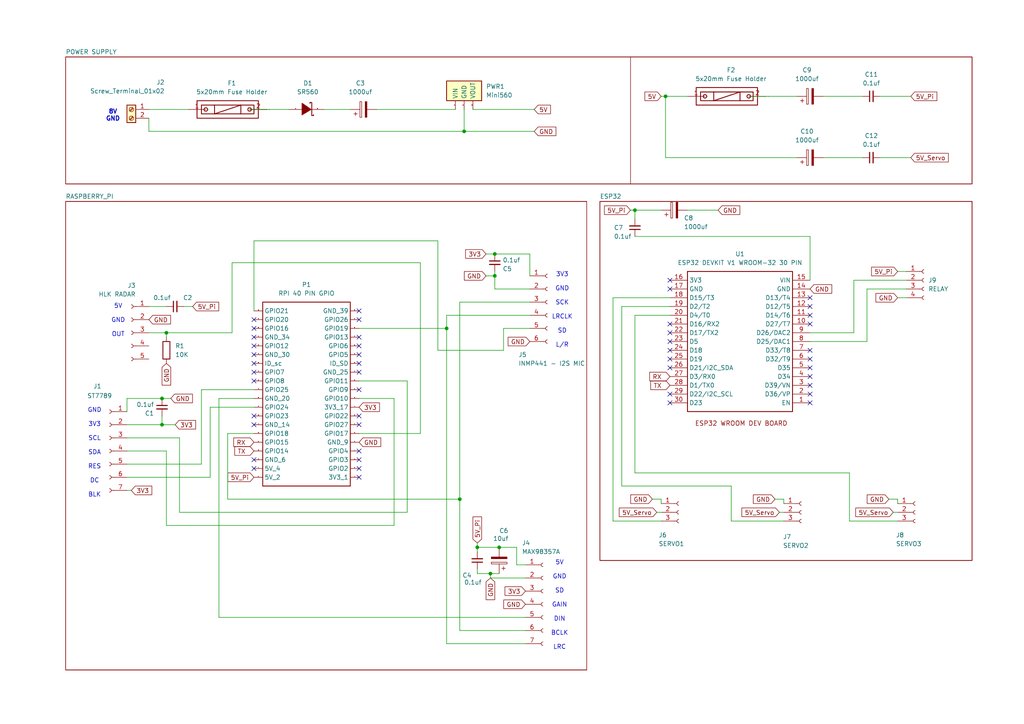
<source format=kicad_sch>
(kicad_sch
	(version 20250114)
	(generator "eeschema")
	(generator_version "9.0")
	(uuid "13b77810-6be3-4aae-ab2b-d194a9b7f2e1")
	(paper "A4")
	(title_block
		(title "HUMAN-CENTRIC HOME ASSISTANT")
		(company "FISAT ECE DEPARTMENT")
		(comment 1 "ANGEL BENNET SAJI")
		(comment 2 "AKASH T T")
		(comment 3 "GREESHMA K MANI")
		(comment 4 "ANANDHU BIJU")
	)
	(lib_symbols
		(symbol "Conn_01x07_Socket_1"
			(pin_names
				(offset 1.016)
				(hide yes)
			)
			(exclude_from_sim no)
			(in_bom yes)
			(on_board yes)
			(property "Reference" "J4"
				(at -6.096 19.05 0)
				(effects
					(font
						(size 1.27 1.27)
					)
					(justify left)
				)
			)
			(property "Value" "MAX98357A"
				(at -6.096 16.51 0)
				(effects
					(font
						(size 1.27 1.27)
					)
					(justify left)
				)
			)
			(property "Footprint" "M_P:PINHEADER_1X07_P2.54MM_VERTICAL"
				(at 0 0 0)
				(effects
					(font
						(size 1.27 1.27)
					)
					(hide yes)
				)
			)
			(property "Datasheet" "~"
				(at 0 1.27 0)
				(effects
					(font
						(size 1.27 1.27)
					)
					(hide yes)
				)
			)
			(property "Description" "Generic connector, single row, 01x07, script generated"
				(at 0 0 0)
				(effects
					(font
						(size 1.27 1.27)
					)
					(hide yes)
				)
			)
			(property "ki_locked" ""
				(at 0 0 0)
				(effects
					(font
						(size 1.27 1.27)
					)
				)
			)
			(property "ki_keywords" "connector"
				(at 0 0 0)
				(effects
					(font
						(size 1.27 1.27)
					)
					(hide yes)
				)
			)
			(property "ki_fp_filters" "Connector*:*_1x??_*"
				(at 0 0 0)
				(effects
					(font
						(size 1.27 1.27)
					)
					(hide yes)
				)
			)
			(symbol "Conn_01x07_Socket_1_1_1"
				(polyline
					(pts
						(xy -1.27 12.7) (xy -0.508 12.7)
					)
					(stroke
						(width 0.1524)
						(type default)
					)
					(fill
						(type none)
					)
				)
				(polyline
					(pts
						(xy -1.27 8.89) (xy -0.508 8.89)
					)
					(stroke
						(width 0.1524)
						(type default)
					)
					(fill
						(type none)
					)
				)
				(polyline
					(pts
						(xy -1.27 5.08) (xy -0.508 5.08)
					)
					(stroke
						(width 0.1524)
						(type default)
					)
					(fill
						(type none)
					)
				)
				(polyline
					(pts
						(xy -1.27 1.27) (xy -0.508 1.27)
					)
					(stroke
						(width 0.1524)
						(type default)
					)
					(fill
						(type none)
					)
				)
				(polyline
					(pts
						(xy -1.27 -2.54) (xy -0.508 -2.54)
					)
					(stroke
						(width 0.1524)
						(type default)
					)
					(fill
						(type none)
					)
				)
				(polyline
					(pts
						(xy -1.27 -6.35) (xy -0.508 -6.35)
					)
					(stroke
						(width 0.1524)
						(type default)
					)
					(fill
						(type none)
					)
				)
				(polyline
					(pts
						(xy -1.27 -10.16) (xy -0.508 -10.16)
					)
					(stroke
						(width 0.1524)
						(type default)
					)
					(fill
						(type none)
					)
				)
				(arc
					(start 0 12.192)
					(mid -0.5058 12.7)
					(end 0 13.208)
					(stroke
						(width 0.1524)
						(type default)
					)
					(fill
						(type none)
					)
				)
				(arc
					(start 0 8.382)
					(mid -0.5058 8.89)
					(end 0 9.398)
					(stroke
						(width 0.1524)
						(type default)
					)
					(fill
						(type none)
					)
				)
				(arc
					(start 0 4.572)
					(mid -0.5058 5.08)
					(end 0 5.588)
					(stroke
						(width 0.1524)
						(type default)
					)
					(fill
						(type none)
					)
				)
				(arc
					(start 0 0.762)
					(mid -0.5058 1.27)
					(end 0 1.778)
					(stroke
						(width 0.1524)
						(type default)
					)
					(fill
						(type none)
					)
				)
				(arc
					(start 0 -3.048)
					(mid -0.5058 -2.54)
					(end 0 -2.032)
					(stroke
						(width 0.1524)
						(type default)
					)
					(fill
						(type none)
					)
				)
				(arc
					(start 0 -6.858)
					(mid -0.5058 -6.35)
					(end 0 -5.842)
					(stroke
						(width 0.1524)
						(type default)
					)
					(fill
						(type none)
					)
				)
				(arc
					(start 0 -10.668)
					(mid -0.5058 -10.16)
					(end 0 -9.652)
					(stroke
						(width 0.1524)
						(type default)
					)
					(fill
						(type none)
					)
				)
				(pin passive line
					(at -5.08 12.7 0)
					(length 3.81)
					(name "Pin_1"
						(effects
							(font
								(size 1.27 1.27)
							)
						)
					)
					(number "1"
						(effects
							(font
								(size 1.27 1.27)
							)
						)
					)
				)
				(pin passive line
					(at -5.08 8.89 0)
					(length 3.81)
					(name "Pin_2"
						(effects
							(font
								(size 1.27 1.27)
							)
						)
					)
					(number "2"
						(effects
							(font
								(size 1.27 1.27)
							)
						)
					)
				)
				(pin passive line
					(at -5.08 5.08 0)
					(length 3.81)
					(name "Pin_3"
						(effects
							(font
								(size 1.27 1.27)
							)
						)
					)
					(number "3"
						(effects
							(font
								(size 1.27 1.27)
							)
						)
					)
				)
				(pin passive line
					(at -5.08 1.27 0)
					(length 3.81)
					(name "Pin_4"
						(effects
							(font
								(size 1.27 1.27)
							)
						)
					)
					(number "4"
						(effects
							(font
								(size 1.27 1.27)
							)
						)
					)
				)
				(pin passive line
					(at -5.08 -2.54 0)
					(length 3.81)
					(name "Pin_5"
						(effects
							(font
								(size 1.27 1.27)
							)
						)
					)
					(number "5"
						(effects
							(font
								(size 1.27 1.27)
							)
						)
					)
				)
				(pin passive line
					(at -5.08 -6.35 0)
					(length 3.81)
					(name "Pin_6"
						(effects
							(font
								(size 1.27 1.27)
							)
						)
					)
					(number "6"
						(effects
							(font
								(size 1.27 1.27)
							)
						)
					)
				)
				(pin passive line
					(at -5.08 -10.16 0)
					(length 3.81)
					(name "Pin_7"
						(effects
							(font
								(size 1.27 1.27)
							)
						)
					)
					(number "7"
						(effects
							(font
								(size 1.27 1.27)
							)
						)
					)
				)
			)
			(embedded_fonts no)
		)
		(symbol "Connector:Conn_01x03_Socket"
			(pin_names
				(offset 1.016)
				(hide yes)
			)
			(exclude_from_sim no)
			(in_bom yes)
			(on_board yes)
			(property "Reference" "J"
				(at 0 5.08 0)
				(effects
					(font
						(size 1.27 1.27)
					)
				)
			)
			(property "Value" "Conn_01x03_Socket"
				(at 0 -5.08 0)
				(effects
					(font
						(size 1.27 1.27)
					)
				)
			)
			(property "Footprint" ""
				(at 0 0 0)
				(effects
					(font
						(size 1.27 1.27)
					)
					(hide yes)
				)
			)
			(property "Datasheet" "~"
				(at 0 0 0)
				(effects
					(font
						(size 1.27 1.27)
					)
					(hide yes)
				)
			)
			(property "Description" "Generic connector, single row, 01x03, script generated"
				(at 0 0 0)
				(effects
					(font
						(size 1.27 1.27)
					)
					(hide yes)
				)
			)
			(property "ki_locked" ""
				(at 0 0 0)
				(effects
					(font
						(size 1.27 1.27)
					)
				)
			)
			(property "ki_keywords" "connector"
				(at 0 0 0)
				(effects
					(font
						(size 1.27 1.27)
					)
					(hide yes)
				)
			)
			(property "ki_fp_filters" "Connector*:*_1x??_*"
				(at 0 0 0)
				(effects
					(font
						(size 1.27 1.27)
					)
					(hide yes)
				)
			)
			(symbol "Conn_01x03_Socket_1_1"
				(polyline
					(pts
						(xy -1.27 2.54) (xy -0.508 2.54)
					)
					(stroke
						(width 0.1524)
						(type default)
					)
					(fill
						(type none)
					)
				)
				(polyline
					(pts
						(xy -1.27 0) (xy -0.508 0)
					)
					(stroke
						(width 0.1524)
						(type default)
					)
					(fill
						(type none)
					)
				)
				(polyline
					(pts
						(xy -1.27 -2.54) (xy -0.508 -2.54)
					)
					(stroke
						(width 0.1524)
						(type default)
					)
					(fill
						(type none)
					)
				)
				(arc
					(start 0 2.032)
					(mid -0.5058 2.54)
					(end 0 3.048)
					(stroke
						(width 0.1524)
						(type default)
					)
					(fill
						(type none)
					)
				)
				(arc
					(start 0 -0.508)
					(mid -0.5058 0)
					(end 0 0.508)
					(stroke
						(width 0.1524)
						(type default)
					)
					(fill
						(type none)
					)
				)
				(arc
					(start 0 -3.048)
					(mid -0.5058 -2.54)
					(end 0 -2.032)
					(stroke
						(width 0.1524)
						(type default)
					)
					(fill
						(type none)
					)
				)
				(pin passive line
					(at -5.08 2.54 0)
					(length 3.81)
					(name "Pin_1"
						(effects
							(font
								(size 1.27 1.27)
							)
						)
					)
					(number "1"
						(effects
							(font
								(size 1.27 1.27)
							)
						)
					)
				)
				(pin passive line
					(at -5.08 0 0)
					(length 3.81)
					(name "Pin_2"
						(effects
							(font
								(size 1.27 1.27)
							)
						)
					)
					(number "2"
						(effects
							(font
								(size 1.27 1.27)
							)
						)
					)
				)
				(pin passive line
					(at -5.08 -2.54 0)
					(length 3.81)
					(name "Pin_3"
						(effects
							(font
								(size 1.27 1.27)
							)
						)
					)
					(number "3"
						(effects
							(font
								(size 1.27 1.27)
							)
						)
					)
				)
			)
			(embedded_fonts no)
		)
		(symbol "Connector:Conn_01x04_Socket"
			(pin_names
				(offset 1.016)
				(hide yes)
			)
			(exclude_from_sim no)
			(in_bom yes)
			(on_board yes)
			(property "Reference" "J"
				(at 0 5.08 0)
				(effects
					(font
						(size 1.27 1.27)
					)
				)
			)
			(property "Value" "Conn_01x04_Socket"
				(at 0 -7.62 0)
				(effects
					(font
						(size 1.27 1.27)
					)
				)
			)
			(property "Footprint" ""
				(at 0 0 0)
				(effects
					(font
						(size 1.27 1.27)
					)
					(hide yes)
				)
			)
			(property "Datasheet" "~"
				(at 0 0 0)
				(effects
					(font
						(size 1.27 1.27)
					)
					(hide yes)
				)
			)
			(property "Description" "Generic connector, single row, 01x04, script generated"
				(at 0 0 0)
				(effects
					(font
						(size 1.27 1.27)
					)
					(hide yes)
				)
			)
			(property "ki_locked" ""
				(at 0 0 0)
				(effects
					(font
						(size 1.27 1.27)
					)
				)
			)
			(property "ki_keywords" "connector"
				(at 0 0 0)
				(effects
					(font
						(size 1.27 1.27)
					)
					(hide yes)
				)
			)
			(property "ki_fp_filters" "Connector*:*_1x??_*"
				(at 0 0 0)
				(effects
					(font
						(size 1.27 1.27)
					)
					(hide yes)
				)
			)
			(symbol "Conn_01x04_Socket_1_1"
				(polyline
					(pts
						(xy -1.27 2.54) (xy -0.508 2.54)
					)
					(stroke
						(width 0.1524)
						(type default)
					)
					(fill
						(type none)
					)
				)
				(polyline
					(pts
						(xy -1.27 0) (xy -0.508 0)
					)
					(stroke
						(width 0.1524)
						(type default)
					)
					(fill
						(type none)
					)
				)
				(polyline
					(pts
						(xy -1.27 -2.54) (xy -0.508 -2.54)
					)
					(stroke
						(width 0.1524)
						(type default)
					)
					(fill
						(type none)
					)
				)
				(polyline
					(pts
						(xy -1.27 -5.08) (xy -0.508 -5.08)
					)
					(stroke
						(width 0.1524)
						(type default)
					)
					(fill
						(type none)
					)
				)
				(arc
					(start 0 2.032)
					(mid -0.5058 2.54)
					(end 0 3.048)
					(stroke
						(width 0.1524)
						(type default)
					)
					(fill
						(type none)
					)
				)
				(arc
					(start 0 -0.508)
					(mid -0.5058 0)
					(end 0 0.508)
					(stroke
						(width 0.1524)
						(type default)
					)
					(fill
						(type none)
					)
				)
				(arc
					(start 0 -3.048)
					(mid -0.5058 -2.54)
					(end 0 -2.032)
					(stroke
						(width 0.1524)
						(type default)
					)
					(fill
						(type none)
					)
				)
				(arc
					(start 0 -5.588)
					(mid -0.5058 -5.08)
					(end 0 -4.572)
					(stroke
						(width 0.1524)
						(type default)
					)
					(fill
						(type none)
					)
				)
				(pin passive line
					(at -5.08 2.54 0)
					(length 3.81)
					(name "Pin_1"
						(effects
							(font
								(size 1.27 1.27)
							)
						)
					)
					(number "1"
						(effects
							(font
								(size 1.27 1.27)
							)
						)
					)
				)
				(pin passive line
					(at -5.08 0 0)
					(length 3.81)
					(name "Pin_2"
						(effects
							(font
								(size 1.27 1.27)
							)
						)
					)
					(number "2"
						(effects
							(font
								(size 1.27 1.27)
							)
						)
					)
				)
				(pin passive line
					(at -5.08 -2.54 0)
					(length 3.81)
					(name "Pin_3"
						(effects
							(font
								(size 1.27 1.27)
							)
						)
					)
					(number "3"
						(effects
							(font
								(size 1.27 1.27)
							)
						)
					)
				)
				(pin passive line
					(at -5.08 -5.08 0)
					(length 3.81)
					(name "Pin_4"
						(effects
							(font
								(size 1.27 1.27)
							)
						)
					)
					(number "4"
						(effects
							(font
								(size 1.27 1.27)
							)
						)
					)
				)
			)
			(embedded_fonts no)
		)
		(symbol "Connector:Conn_01x05_Socket"
			(pin_names
				(offset 1.016)
				(hide yes)
			)
			(exclude_from_sim no)
			(in_bom yes)
			(on_board yes)
			(property "Reference" "J3"
				(at -11.938 16.51 0)
				(effects
					(font
						(size 1.27 1.27)
					)
					(justify left)
				)
			)
			(property "Value" "HLK RADAR"
				(at -11.938 13.97 0)
				(effects
					(font
						(size 1.27 1.27)
					)
					(justify left)
				)
			)
			(property "Footprint" "M_P:PINHEADER_1X05_P2.54MM_VERTICAL"
				(at 0 0 0)
				(effects
					(font
						(size 1.27 1.27)
					)
					(hide yes)
				)
			)
			(property "Datasheet" "~"
				(at 0 2.54 0)
				(effects
					(font
						(size 1.27 1.27)
					)
					(hide yes)
				)
			)
			(property "Description" "Generic connector, single row, 01x05, script generated"
				(at 0 0 0)
				(effects
					(font
						(size 1.27 1.27)
					)
					(hide yes)
				)
			)
			(property "ki_locked" ""
				(at 0 0 0)
				(effects
					(font
						(size 1.27 1.27)
					)
				)
			)
			(property "ki_keywords" "connector"
				(at 0 0 0)
				(effects
					(font
						(size 1.27 1.27)
					)
					(hide yes)
				)
			)
			(property "ki_fp_filters" "Connector*:*_1x??_*"
				(at 0 0 0)
				(effects
					(font
						(size 1.27 1.27)
					)
					(hide yes)
				)
			)
			(symbol "Conn_01x05_Socket_1_1"
				(polyline
					(pts
						(xy -1.27 10.16) (xy -0.508 10.16)
					)
					(stroke
						(width 0.1524)
						(type default)
					)
					(fill
						(type none)
					)
				)
				(polyline
					(pts
						(xy -1.27 6.35) (xy -0.508 6.35)
					)
					(stroke
						(width 0.1524)
						(type default)
					)
					(fill
						(type none)
					)
				)
				(polyline
					(pts
						(xy -1.27 2.54) (xy -0.508 2.54)
					)
					(stroke
						(width 0.1524)
						(type default)
					)
					(fill
						(type none)
					)
				)
				(polyline
					(pts
						(xy -1.27 -1.27) (xy -0.508 -1.27)
					)
					(stroke
						(width 0.1524)
						(type default)
					)
					(fill
						(type none)
					)
				)
				(polyline
					(pts
						(xy -1.27 -5.08) (xy -0.508 -5.08)
					)
					(stroke
						(width 0.1524)
						(type default)
					)
					(fill
						(type none)
					)
				)
				(arc
					(start 0 9.652)
					(mid -0.5058 10.16)
					(end 0 10.668)
					(stroke
						(width 0.1524)
						(type default)
					)
					(fill
						(type none)
					)
				)
				(arc
					(start 0 5.842)
					(mid -0.5058 6.35)
					(end 0 6.858)
					(stroke
						(width 0.1524)
						(type default)
					)
					(fill
						(type none)
					)
				)
				(arc
					(start 0 2.032)
					(mid -0.5058 2.54)
					(end 0 3.048)
					(stroke
						(width 0.1524)
						(type default)
					)
					(fill
						(type none)
					)
				)
				(arc
					(start 0 -1.778)
					(mid -0.5058 -1.27)
					(end 0 -0.762)
					(stroke
						(width 0.1524)
						(type default)
					)
					(fill
						(type none)
					)
				)
				(arc
					(start 0 -5.588)
					(mid -0.5058 -5.08)
					(end 0 -4.572)
					(stroke
						(width 0.1524)
						(type default)
					)
					(fill
						(type none)
					)
				)
				(pin passive line
					(at -5.08 10.16 0)
					(length 3.81)
					(name "Pin_1"
						(effects
							(font
								(size 1.27 1.27)
							)
						)
					)
					(number "1"
						(effects
							(font
								(size 1.27 1.27)
							)
						)
					)
				)
				(pin passive line
					(at -5.08 6.35 0)
					(length 3.81)
					(name "Pin_2"
						(effects
							(font
								(size 1.27 1.27)
							)
						)
					)
					(number "2"
						(effects
							(font
								(size 1.27 1.27)
							)
						)
					)
				)
				(pin passive line
					(at -5.08 2.54 0)
					(length 3.81)
					(name "Pin_3"
						(effects
							(font
								(size 1.27 1.27)
							)
						)
					)
					(number "3"
						(effects
							(font
								(size 1.27 1.27)
							)
						)
					)
				)
				(pin passive line
					(at -5.08 -1.27 0)
					(length 3.81)
					(name "Pin_4"
						(effects
							(font
								(size 1.27 1.27)
							)
						)
					)
					(number "4"
						(effects
							(font
								(size 1.27 1.27)
							)
						)
					)
				)
				(pin passive line
					(at -5.08 -5.08 0)
					(length 3.81)
					(name "Pin_5"
						(effects
							(font
								(size 1.27 1.27)
							)
						)
					)
					(number "5"
						(effects
							(font
								(size 1.27 1.27)
							)
						)
					)
				)
			)
			(embedded_fonts no)
		)
		(symbol "Connector:Conn_01x06_Socket"
			(pin_names
				(offset 1.016)
				(hide yes)
			)
			(exclude_from_sim no)
			(in_bom yes)
			(on_board yes)
			(property "Reference" "J5"
				(at -8.382 -11.43 0)
				(effects
					(font
						(size 1.27 1.27)
					)
					(justify left)
				)
			)
			(property "Value" "INMP441 - I2S MIC"
				(at -8.382 -13.97 0)
				(effects
					(font
						(size 1.27 1.27)
					)
					(justify left)
				)
			)
			(property "Footprint" "M_P:CONNECTOR_PINHEADER_2.54MMPINHEADER_1X06_P2.54MM_VERTICAL"
				(at 0 0 0)
				(effects
					(font
						(size 1.27 1.27)
					)
					(hide yes)
				)
			)
			(property "Datasheet" "~"
				(at 0 2.54 0)
				(effects
					(font
						(size 1.27 1.27)
					)
					(hide yes)
				)
			)
			(property "Description" "Generic connector, single row, 01x06, script generated"
				(at 0 0 0)
				(effects
					(font
						(size 1.27 1.27)
					)
					(hide yes)
				)
			)
			(property "ki_locked" ""
				(at 0 0 0)
				(effects
					(font
						(size 1.27 1.27)
					)
				)
			)
			(property "ki_keywords" "connector"
				(at 0 0 0)
				(effects
					(font
						(size 1.27 1.27)
					)
					(hide yes)
				)
			)
			(property "ki_fp_filters" "Connector*:*_1x??_*"
				(at 0 0 0)
				(effects
					(font
						(size 1.27 1.27)
					)
					(hide yes)
				)
			)
			(symbol "Conn_01x06_Socket_1_1"
				(polyline
					(pts
						(xy -1.27 10.16) (xy -0.508 10.16)
					)
					(stroke
						(width 0.1524)
						(type default)
					)
					(fill
						(type none)
					)
				)
				(polyline
					(pts
						(xy -1.27 6.35) (xy -0.508 6.35)
					)
					(stroke
						(width 0.1524)
						(type default)
					)
					(fill
						(type none)
					)
				)
				(polyline
					(pts
						(xy -1.27 2.54) (xy -0.508 2.54)
					)
					(stroke
						(width 0.1524)
						(type default)
					)
					(fill
						(type none)
					)
				)
				(polyline
					(pts
						(xy -1.27 -1.27) (xy -0.508 -1.27)
					)
					(stroke
						(width 0.1524)
						(type default)
					)
					(fill
						(type none)
					)
				)
				(polyline
					(pts
						(xy -1.27 -5.08) (xy -0.508 -5.08)
					)
					(stroke
						(width 0.1524)
						(type default)
					)
					(fill
						(type none)
					)
				)
				(polyline
					(pts
						(xy -1.27 -8.89) (xy -0.508 -8.89)
					)
					(stroke
						(width 0.1524)
						(type default)
					)
					(fill
						(type none)
					)
				)
				(arc
					(start 0 9.652)
					(mid -0.5058 10.16)
					(end 0 10.668)
					(stroke
						(width 0.1524)
						(type default)
					)
					(fill
						(type none)
					)
				)
				(arc
					(start 0 5.842)
					(mid -0.5058 6.35)
					(end 0 6.858)
					(stroke
						(width 0.1524)
						(type default)
					)
					(fill
						(type none)
					)
				)
				(arc
					(start 0 2.032)
					(mid -0.5058 2.54)
					(end 0 3.048)
					(stroke
						(width 0.1524)
						(type default)
					)
					(fill
						(type none)
					)
				)
				(arc
					(start 0 -1.778)
					(mid -0.5058 -1.27)
					(end 0 -0.762)
					(stroke
						(width 0.1524)
						(type default)
					)
					(fill
						(type none)
					)
				)
				(arc
					(start 0 -5.588)
					(mid -0.5058 -5.08)
					(end 0 -4.572)
					(stroke
						(width 0.1524)
						(type default)
					)
					(fill
						(type none)
					)
				)
				(arc
					(start 0 -9.398)
					(mid -0.5058 -8.89)
					(end 0 -8.382)
					(stroke
						(width 0.1524)
						(type default)
					)
					(fill
						(type none)
					)
				)
				(pin passive line
					(at -5.08 10.16 0)
					(length 3.81)
					(name "Pin_1"
						(effects
							(font
								(size 1.27 1.27)
							)
						)
					)
					(number "1"
						(effects
							(font
								(size 1.27 1.27)
							)
						)
					)
				)
				(pin passive line
					(at -5.08 6.35 0)
					(length 3.81)
					(name "Pin_2"
						(effects
							(font
								(size 1.27 1.27)
							)
						)
					)
					(number "2"
						(effects
							(font
								(size 1.27 1.27)
							)
						)
					)
				)
				(pin passive line
					(at -5.08 2.54 0)
					(length 3.81)
					(name "Pin_3"
						(effects
							(font
								(size 1.27 1.27)
							)
						)
					)
					(number "3"
						(effects
							(font
								(size 1.27 1.27)
							)
						)
					)
				)
				(pin passive line
					(at -5.08 -1.27 0)
					(length 3.81)
					(name "Pin_4"
						(effects
							(font
								(size 1.27 1.27)
							)
						)
					)
					(number "4"
						(effects
							(font
								(size 1.27 1.27)
							)
						)
					)
				)
				(pin passive line
					(at -5.08 -5.08 0)
					(length 3.81)
					(name "Pin_5"
						(effects
							(font
								(size 1.27 1.27)
							)
						)
					)
					(number "5"
						(effects
							(font
								(size 1.27 1.27)
							)
						)
					)
				)
				(pin passive line
					(at -5.08 -8.89 0)
					(length 3.81)
					(name "Pin_6"
						(effects
							(font
								(size 1.27 1.27)
							)
						)
					)
					(number "6"
						(effects
							(font
								(size 1.27 1.27)
							)
						)
					)
				)
			)
			(embedded_fonts no)
		)
		(symbol "Connector:Conn_01x07_Socket"
			(pin_names
				(offset 1.016)
				(hide yes)
			)
			(exclude_from_sim no)
			(in_bom yes)
			(on_board yes)
			(property "Reference" "J"
				(at 0 10.16 0)
				(effects
					(font
						(size 1.27 1.27)
					)
				)
			)
			(property "Value" "Conn_01x07_Socket"
				(at -1.016 -13.97 0)
				(effects
					(font
						(size 1.27 1.27)
					)
				)
			)
			(property "Footprint" ""
				(at 0 0 0)
				(effects
					(font
						(size 1.27 1.27)
					)
					(hide yes)
				)
			)
			(property "Datasheet" "~"
				(at 0 1.27 0)
				(effects
					(font
						(size 1.27 1.27)
					)
					(hide yes)
				)
			)
			(property "Description" "Generic connector, single row, 01x07, script generated"
				(at 0 0 0)
				(effects
					(font
						(size 1.27 1.27)
					)
					(hide yes)
				)
			)
			(property "ki_locked" ""
				(at 0 0 0)
				(effects
					(font
						(size 1.27 1.27)
					)
				)
			)
			(property "ki_keywords" "connector"
				(at 0 0 0)
				(effects
					(font
						(size 1.27 1.27)
					)
					(hide yes)
				)
			)
			(property "ki_fp_filters" "Connector*:*_1x??_*"
				(at 0 0 0)
				(effects
					(font
						(size 1.27 1.27)
					)
					(hide yes)
				)
			)
			(symbol "Conn_01x07_Socket_1_1"
				(polyline
					(pts
						(xy -1.27 12.7) (xy -0.508 12.7)
					)
					(stroke
						(width 0.1524)
						(type default)
					)
					(fill
						(type none)
					)
				)
				(polyline
					(pts
						(xy -1.27 8.89) (xy -0.508 8.89)
					)
					(stroke
						(width 0.1524)
						(type default)
					)
					(fill
						(type none)
					)
				)
				(polyline
					(pts
						(xy -1.27 5.08) (xy -0.508 5.08)
					)
					(stroke
						(width 0.1524)
						(type default)
					)
					(fill
						(type none)
					)
				)
				(polyline
					(pts
						(xy -1.27 1.27) (xy -0.508 1.27)
					)
					(stroke
						(width 0.1524)
						(type default)
					)
					(fill
						(type none)
					)
				)
				(polyline
					(pts
						(xy -1.27 -2.54) (xy -0.508 -2.54)
					)
					(stroke
						(width 0.1524)
						(type default)
					)
					(fill
						(type none)
					)
				)
				(polyline
					(pts
						(xy -1.27 -6.35) (xy -0.508 -6.35)
					)
					(stroke
						(width 0.1524)
						(type default)
					)
					(fill
						(type none)
					)
				)
				(polyline
					(pts
						(xy -1.27 -10.16) (xy -0.508 -10.16)
					)
					(stroke
						(width 0.1524)
						(type default)
					)
					(fill
						(type none)
					)
				)
				(arc
					(start 0 12.192)
					(mid -0.5058 12.7)
					(end 0 13.208)
					(stroke
						(width 0.1524)
						(type default)
					)
					(fill
						(type none)
					)
				)
				(arc
					(start 0 8.382)
					(mid -0.5058 8.89)
					(end 0 9.398)
					(stroke
						(width 0.1524)
						(type default)
					)
					(fill
						(type none)
					)
				)
				(arc
					(start 0 4.572)
					(mid -0.5058 5.08)
					(end 0 5.588)
					(stroke
						(width 0.1524)
						(type default)
					)
					(fill
						(type none)
					)
				)
				(arc
					(start 0 0.762)
					(mid -0.5058 1.27)
					(end 0 1.778)
					(stroke
						(width 0.1524)
						(type default)
					)
					(fill
						(type none)
					)
				)
				(arc
					(start 0 -3.048)
					(mid -0.5058 -2.54)
					(end 0 -2.032)
					(stroke
						(width 0.1524)
						(type default)
					)
					(fill
						(type none)
					)
				)
				(arc
					(start 0 -6.858)
					(mid -0.5058 -6.35)
					(end 0 -5.842)
					(stroke
						(width 0.1524)
						(type default)
					)
					(fill
						(type none)
					)
				)
				(arc
					(start 0 -10.668)
					(mid -0.5058 -10.16)
					(end 0 -9.652)
					(stroke
						(width 0.1524)
						(type default)
					)
					(fill
						(type none)
					)
				)
				(pin passive line
					(at -5.08 12.7 0)
					(length 3.81)
					(name "Pin_1"
						(effects
							(font
								(size 1.27 1.27)
							)
						)
					)
					(number "1"
						(effects
							(font
								(size 1.27 1.27)
							)
						)
					)
				)
				(pin passive line
					(at -5.08 8.89 0)
					(length 3.81)
					(name "Pin_2"
						(effects
							(font
								(size 1.27 1.27)
							)
						)
					)
					(number "2"
						(effects
							(font
								(size 1.27 1.27)
							)
						)
					)
				)
				(pin passive line
					(at -5.08 5.08 0)
					(length 3.81)
					(name "Pin_3"
						(effects
							(font
								(size 1.27 1.27)
							)
						)
					)
					(number "3"
						(effects
							(font
								(size 1.27 1.27)
							)
						)
					)
				)
				(pin passive line
					(at -5.08 1.27 0)
					(length 3.81)
					(name "Pin_4"
						(effects
							(font
								(size 1.27 1.27)
							)
						)
					)
					(number "4"
						(effects
							(font
								(size 1.27 1.27)
							)
						)
					)
				)
				(pin passive line
					(at -5.08 -2.54 0)
					(length 3.81)
					(name "Pin_5"
						(effects
							(font
								(size 1.27 1.27)
							)
						)
					)
					(number "5"
						(effects
							(font
								(size 1.27 1.27)
							)
						)
					)
				)
				(pin passive line
					(at -5.08 -6.35 0)
					(length 3.81)
					(name "Pin_6"
						(effects
							(font
								(size 1.27 1.27)
							)
						)
					)
					(number "6"
						(effects
							(font
								(size 1.27 1.27)
							)
						)
					)
				)
				(pin passive line
					(at -5.08 -10.16 0)
					(length 3.81)
					(name "Pin_7"
						(effects
							(font
								(size 1.27 1.27)
							)
						)
					)
					(number "7"
						(effects
							(font
								(size 1.27 1.27)
							)
						)
					)
				)
			)
			(embedded_fonts no)
		)
		(symbol "Connector:Screw_Terminal_01x02"
			(pin_names
				(offset 1.016)
				(hide yes)
			)
			(exclude_from_sim no)
			(in_bom yes)
			(on_board yes)
			(property "Reference" "J"
				(at 0 2.54 0)
				(effects
					(font
						(size 1.27 1.27)
					)
				)
			)
			(property "Value" "Screw_Terminal_01x02"
				(at 0 -5.08 0)
				(effects
					(font
						(size 1.27 1.27)
					)
				)
			)
			(property "Footprint" ""
				(at 0 0 0)
				(effects
					(font
						(size 1.27 1.27)
					)
					(hide yes)
				)
			)
			(property "Datasheet" "~"
				(at 0 0 0)
				(effects
					(font
						(size 1.27 1.27)
					)
					(hide yes)
				)
			)
			(property "Description" "Generic screw terminal, single row, 01x02, script generated (kicad-library-utils/schlib/autogen/connector/)"
				(at 0 0 0)
				(effects
					(font
						(size 1.27 1.27)
					)
					(hide yes)
				)
			)
			(property "ki_keywords" "screw terminal"
				(at 0 0 0)
				(effects
					(font
						(size 1.27 1.27)
					)
					(hide yes)
				)
			)
			(property "ki_fp_filters" "TerminalBlock*:*"
				(at 0 0 0)
				(effects
					(font
						(size 1.27 1.27)
					)
					(hide yes)
				)
			)
			(symbol "Screw_Terminal_01x02_1_1"
				(rectangle
					(start -1.27 1.27)
					(end 1.27 -3.81)
					(stroke
						(width 0.254)
						(type default)
					)
					(fill
						(type background)
					)
				)
				(polyline
					(pts
						(xy -0.5334 0.3302) (xy 0.3302 -0.508)
					)
					(stroke
						(width 0.1524)
						(type default)
					)
					(fill
						(type none)
					)
				)
				(polyline
					(pts
						(xy -0.5334 -2.2098) (xy 0.3302 -3.048)
					)
					(stroke
						(width 0.1524)
						(type default)
					)
					(fill
						(type none)
					)
				)
				(polyline
					(pts
						(xy -0.3556 0.508) (xy 0.508 -0.3302)
					)
					(stroke
						(width 0.1524)
						(type default)
					)
					(fill
						(type none)
					)
				)
				(polyline
					(pts
						(xy -0.3556 -2.032) (xy 0.508 -2.8702)
					)
					(stroke
						(width 0.1524)
						(type default)
					)
					(fill
						(type none)
					)
				)
				(circle
					(center 0 0)
					(radius 0.635)
					(stroke
						(width 0.1524)
						(type default)
					)
					(fill
						(type none)
					)
				)
				(circle
					(center 0 -2.54)
					(radius 0.635)
					(stroke
						(width 0.1524)
						(type default)
					)
					(fill
						(type none)
					)
				)
				(pin passive line
					(at -5.08 0 0)
					(length 3.81)
					(name "Pin_1"
						(effects
							(font
								(size 1.27 1.27)
							)
						)
					)
					(number "1"
						(effects
							(font
								(size 1.27 1.27)
							)
						)
					)
				)
				(pin passive line
					(at -5.08 -2.54 0)
					(length 3.81)
					(name "Pin_2"
						(effects
							(font
								(size 1.27 1.27)
							)
						)
					)
					(number "2"
						(effects
							(font
								(size 1.27 1.27)
							)
						)
					)
				)
			)
			(embedded_fonts no)
		)
		(symbol "Device:C_Polarized"
			(pin_numbers
				(hide yes)
			)
			(pin_names
				(offset 0.254)
			)
			(exclude_from_sim no)
			(in_bom yes)
			(on_board yes)
			(property "Reference" "C"
				(at 0.635 2.54 0)
				(effects
					(font
						(size 1.27 1.27)
					)
					(justify left)
				)
			)
			(property "Value" "C_Polarized"
				(at 0.635 -2.54 0)
				(effects
					(font
						(size 1.27 1.27)
					)
					(justify left)
				)
			)
			(property "Footprint" ""
				(at 0.9652 -3.81 0)
				(effects
					(font
						(size 1.27 1.27)
					)
					(hide yes)
				)
			)
			(property "Datasheet" "~"
				(at 0 0 0)
				(effects
					(font
						(size 1.27 1.27)
					)
					(hide yes)
				)
			)
			(property "Description" "Polarized capacitor"
				(at 0 0 0)
				(effects
					(font
						(size 1.27 1.27)
					)
					(hide yes)
				)
			)
			(property "ki_keywords" "cap capacitor"
				(at 0 0 0)
				(effects
					(font
						(size 1.27 1.27)
					)
					(hide yes)
				)
			)
			(property "ki_fp_filters" "CP_*"
				(at 0 0 0)
				(effects
					(font
						(size 1.27 1.27)
					)
					(hide yes)
				)
			)
			(symbol "C_Polarized_0_1"
				(rectangle
					(start -2.286 0.508)
					(end 2.286 1.016)
					(stroke
						(width 0)
						(type default)
					)
					(fill
						(type none)
					)
				)
				(polyline
					(pts
						(xy -1.778 2.286) (xy -0.762 2.286)
					)
					(stroke
						(width 0)
						(type default)
					)
					(fill
						(type none)
					)
				)
				(polyline
					(pts
						(xy -1.27 2.794) (xy -1.27 1.778)
					)
					(stroke
						(width 0)
						(type default)
					)
					(fill
						(type none)
					)
				)
				(rectangle
					(start 2.286 -0.508)
					(end -2.286 -1.016)
					(stroke
						(width 0)
						(type default)
					)
					(fill
						(type outline)
					)
				)
			)
			(symbol "C_Polarized_1_1"
				(pin passive line
					(at 0 3.81 270)
					(length 2.794)
					(name "~"
						(effects
							(font
								(size 1.27 1.27)
							)
						)
					)
					(number "1"
						(effects
							(font
								(size 1.27 1.27)
							)
						)
					)
				)
				(pin passive line
					(at 0 -3.81 90)
					(length 2.794)
					(name "~"
						(effects
							(font
								(size 1.27 1.27)
							)
						)
					)
					(number "2"
						(effects
							(font
								(size 1.27 1.27)
							)
						)
					)
				)
			)
			(embedded_fonts no)
		)
		(symbol "Device:C_Small"
			(pin_numbers
				(hide yes)
			)
			(pin_names
				(offset 0.254)
				(hide yes)
			)
			(exclude_from_sim no)
			(in_bom yes)
			(on_board yes)
			(property "Reference" "C"
				(at 0.254 1.778 0)
				(effects
					(font
						(size 1.27 1.27)
					)
					(justify left)
				)
			)
			(property "Value" "C_Small"
				(at 0.254 -2.032 0)
				(effects
					(font
						(size 1.27 1.27)
					)
					(justify left)
				)
			)
			(property "Footprint" ""
				(at 0 0 0)
				(effects
					(font
						(size 1.27 1.27)
					)
					(hide yes)
				)
			)
			(property "Datasheet" "~"
				(at 0 0 0)
				(effects
					(font
						(size 1.27 1.27)
					)
					(hide yes)
				)
			)
			(property "Description" "Unpolarized capacitor, small symbol"
				(at 0 0 0)
				(effects
					(font
						(size 1.27 1.27)
					)
					(hide yes)
				)
			)
			(property "ki_keywords" "capacitor cap"
				(at 0 0 0)
				(effects
					(font
						(size 1.27 1.27)
					)
					(hide yes)
				)
			)
			(property "ki_fp_filters" "C_*"
				(at 0 0 0)
				(effects
					(font
						(size 1.27 1.27)
					)
					(hide yes)
				)
			)
			(symbol "C_Small_0_1"
				(polyline
					(pts
						(xy -1.524 0.508) (xy 1.524 0.508)
					)
					(stroke
						(width 0.3048)
						(type default)
					)
					(fill
						(type none)
					)
				)
				(polyline
					(pts
						(xy -1.524 -0.508) (xy 1.524 -0.508)
					)
					(stroke
						(width 0.3302)
						(type default)
					)
					(fill
						(type none)
					)
				)
			)
			(symbol "C_Small_1_1"
				(pin passive line
					(at 0 2.54 270)
					(length 2.032)
					(name "~"
						(effects
							(font
								(size 1.27 1.27)
							)
						)
					)
					(number "1"
						(effects
							(font
								(size 1.27 1.27)
							)
						)
					)
				)
				(pin passive line
					(at 0 -2.54 90)
					(length 2.032)
					(name "~"
						(effects
							(font
								(size 1.27 1.27)
							)
						)
					)
					(number "2"
						(effects
							(font
								(size 1.27 1.27)
							)
						)
					)
				)
			)
			(embedded_fonts no)
		)
		(symbol "Device:R"
			(pin_numbers
				(hide yes)
			)
			(pin_names
				(offset 0)
			)
			(exclude_from_sim no)
			(in_bom yes)
			(on_board yes)
			(property "Reference" "R"
				(at 2.032 0 90)
				(effects
					(font
						(size 1.27 1.27)
					)
				)
			)
			(property "Value" "R"
				(at 0 0 90)
				(effects
					(font
						(size 1.27 1.27)
					)
				)
			)
			(property "Footprint" ""
				(at -1.778 0 90)
				(effects
					(font
						(size 1.27 1.27)
					)
					(hide yes)
				)
			)
			(property "Datasheet" "~"
				(at 0 0 0)
				(effects
					(font
						(size 1.27 1.27)
					)
					(hide yes)
				)
			)
			(property "Description" "Resistor"
				(at 0 0 0)
				(effects
					(font
						(size 1.27 1.27)
					)
					(hide yes)
				)
			)
			(property "ki_keywords" "R res resistor"
				(at 0 0 0)
				(effects
					(font
						(size 1.27 1.27)
					)
					(hide yes)
				)
			)
			(property "ki_fp_filters" "R_*"
				(at 0 0 0)
				(effects
					(font
						(size 1.27 1.27)
					)
					(hide yes)
				)
			)
			(symbol "R_0_1"
				(rectangle
					(start -1.016 2.54)
					(end 1.016 -2.54)
					(stroke
						(width 0.254)
						(type default)
					)
					(fill
						(type none)
					)
				)
			)
			(symbol "R_1_1"
				(pin passive line
					(at 0 3.81 270)
					(length 1.27)
					(name "~"
						(effects
							(font
								(size 1.27 1.27)
							)
						)
					)
					(number "1"
						(effects
							(font
								(size 1.27 1.27)
							)
						)
					)
				)
				(pin passive line
					(at 0 -3.81 90)
					(length 1.27)
					(name "~"
						(effects
							(font
								(size 1.27 1.27)
							)
						)
					)
					(number "2"
						(effects
							(font
								(size 1.27 1.27)
							)
						)
					)
				)
			)
			(embedded_fonts no)
		)
		(symbol "FUSE:5x20mm Fuse Holder"
			(exclude_from_sim no)
			(in_bom yes)
			(on_board yes)
			(property "Reference" "F?"
				(at 0 0 0)
				(effects
					(font
						(size 1.27 1.27)
					)
				)
			)
			(property "Value" "5x20mm Fuse Holder"
				(at 0 0 0)
				(effects
					(font
						(size 1.27 1.27)
					)
				)
			)
			(property "Footprint" ""
				(at 0 0 0)
				(effects
					(font
						(size 1.27 1.27)
					)
					(hide yes)
				)
			)
			(property "Datasheet" ""
				(at 0 0 0)
				(effects
					(font
						(size 1.27 1.27)
					)
					(hide yes)
				)
			)
			(property "Description" ""
				(at 0 0 0)
				(effects
					(font
						(size 1.27 1.27)
					)
					(hide yes)
				)
			)
			(symbol "5x20mm Fuse Holder_0_0"
				(rectangle
					(start -7.62 2.54)
					(end 10.16 -2.54)
					(stroke
						(width 0.254)
						(type solid)
					)
					(fill
						(type none)
					)
				)
				(rectangle
					(start -6.35 1.27)
					(end 8.89 -1.27)
					(stroke
						(width 0.254)
						(type solid)
					)
					(fill
						(type none)
					)
				)
				(circle
					(center -5.08 0)
					(radius 0.508)
					(stroke
						(width 0.254)
						(type solid)
					)
					(fill
						(type none)
					)
				)
				(polyline
					(pts
						(xy -2.54 1.27) (xy -2.54 -1.27)
					)
					(stroke
						(width 0.254)
						(type solid)
					)
					(fill
						(type none)
					)
				)
				(polyline
					(pts
						(xy 5.08 1.27) (xy -2.54 -1.27)
					)
					(stroke
						(width 0.254)
						(type solid)
					)
					(fill
						(type none)
					)
				)
				(polyline
					(pts
						(xy 5.08 1.27) (xy 5.08 -1.27)
					)
					(stroke
						(width 0.254)
						(type solid)
					)
					(fill
						(type none)
					)
				)
				(circle
					(center 7.62 0)
					(radius 0.508)
					(stroke
						(width 0.254)
						(type solid)
					)
					(fill
						(type none)
					)
				)
				(pin unspecified line
					(at -10.16 0 0)
					(length 5.08)
					(name "1"
						(effects
							(font
								(size 0.0254 0.0254)
							)
						)
					)
					(number "1"
						(effects
							(font
								(size 1.27 1.27)
							)
						)
					)
				)
				(pin unspecified line
					(at 7.62 0 0)
					(length 5.08)
					(name "2"
						(effects
							(font
								(size 0.0254 0.0254)
							)
						)
					)
					(number "2"
						(effects
							(font
								(size 1.27 1.27)
							)
						)
					)
				)
			)
			(embedded_fonts no)
		)
		(symbol "New_Library:SR560"
			(exclude_from_sim no)
			(in_bom yes)
			(on_board yes)
			(property "Reference" "D?"
				(at 0 0 0)
				(effects
					(font
						(size 1.27 1.27)
					)
				)
			)
			(property "Value" "SR560"
				(at 0 0 0)
				(effects
					(font
						(size 1.27 1.27)
					)
				)
			)
			(property "Footprint" ""
				(at 0 0 0)
				(effects
					(font
						(size 1.27 1.27)
					)
					(hide yes)
				)
			)
			(property "Datasheet" ""
				(at 0 0 0)
				(effects
					(font
						(size 1.27 1.27)
					)
					(hide yes)
				)
			)
			(property "Description" ""
				(at 0 0 0)
				(effects
					(font
						(size 1.27 1.27)
					)
					(hide yes)
				)
			)
			(property "Manufacturer Part" "SR560"
				(at 0 0 0)
				(effects
					(font
						(size 1.27 1.27)
					)
					(hide yes)
				)
			)
			(property "Manufacturer" "MDD(辰达半导体)"
				(at 0 0 0)
				(effects
					(font
						(size 1.27 1.27)
					)
					(hide yes)
				)
			)
			(property "Supplier Part" "C38272"
				(at 0 0 0)
				(effects
					(font
						(size 1.27 1.27)
					)
					(hide yes)
				)
			)
			(property "Supplier" "LCSC"
				(at 0 0 0)
				(effects
					(font
						(size 1.27 1.27)
					)
					(hide yes)
				)
			)
			(symbol "SR560_0_0"
				(polyline
					(pts
						(xy -1.27 -1.524) (xy 1.27 0) (xy -1.27 1.778) (xy -1.27 -1.524)
					)
					(stroke
						(width 0.254)
						(type solid)
					)
					(fill
						(type outline)
					)
				)
				(polyline
					(pts
						(xy 2.032 -1.524) (xy 2.032 -1.778) (xy 1.524 -1.778) (xy 1.524 2.032) (xy 1.016 2.032) (xy 1.016 1.778)
					)
					(stroke
						(width 0.254)
						(type solid)
					)
					(fill
						(type none)
					)
				)
				(pin unspecified line
					(at -5.08 0 0)
					(length 3.81)
					(name "A"
						(effects
							(font
								(size 0.0254 0.0254)
							)
						)
					)
					(number "1"
						(effects
							(font
								(size 0.0254 0.0254)
							)
						)
					)
				)
				(pin unspecified line
					(at 5.08 0 180)
					(length 3.81)
					(name "K"
						(effects
							(font
								(size 0.0254 0.0254)
							)
						)
					)
					(number "2"
						(effects
							(font
								(size 0.0254 0.0254)
							)
						)
					)
				)
			)
			(embedded_fonts no)
		)
		(symbol "SCHLIB_ESP32-DEVKIT-V1-WROOM-32-30-PIN_2025-12-23:ESP32 DEVKIT V1 WROOM-32 30 PIN"
			(exclude_from_sim no)
			(in_bom yes)
			(on_board yes)
			(property "Reference" "U?"
				(at 0 0 0)
				(effects
					(font
						(size 1.27 1.27)
					)
				)
			)
			(property "Value" "ESP32 DEVKIT V1 WROOM-32 30 PIN"
				(at 0 0 0)
				(effects
					(font
						(size 1.27 1.27)
					)
				)
			)
			(property "Footprint" ""
				(at 0 0 0)
				(effects
					(font
						(size 1.27 1.27)
					)
					(hide yes)
				)
			)
			(property "Datasheet" ""
				(at 0 0 0)
				(effects
					(font
						(size 1.27 1.27)
					)
					(hide yes)
				)
			)
			(property "Description" ""
				(at 0 0 0)
				(effects
					(font
						(size 1.27 1.27)
					)
					(hide yes)
				)
			)
			(symbol "ESP32 DEVKIT V1 WROOM-32 30 PIN_0_0"
				(rectangle
					(start -15.24 20.32)
					(end 15.24 -20.32)
					(stroke
						(width 0.254)
						(type solid)
					)
					(fill
						(type none)
					)
				)
				(text "ESP32 WROOM DEV BOARD"
					(at -13.7922 22.9425 0)
					(effects
						(font
							(face "KiCad Font")
							(size 1.3271 1.3271)
						)
						(justify left top)
					)
				)
				(pin unspecified line
					(at -20.32 17.78 0)
					(length 5.08)
					(name "EN"
						(effects
							(font
								(size 1.27 1.27)
							)
						)
					)
					(number "1"
						(effects
							(font
								(size 1.27 1.27)
							)
						)
					)
				)
				(pin unspecified line
					(at -20.32 15.24 0)
					(length 5.08)
					(name "D36/VP"
						(effects
							(font
								(size 1.27 1.27)
							)
						)
					)
					(number "2"
						(effects
							(font
								(size 1.27 1.27)
							)
						)
					)
				)
				(pin unspecified line
					(at -20.32 12.7 0)
					(length 5.08)
					(name "D39/VN"
						(effects
							(font
								(size 1.27 1.27)
							)
						)
					)
					(number "3"
						(effects
							(font
								(size 1.27 1.27)
							)
						)
					)
				)
				(pin unspecified line
					(at -20.32 10.16 0)
					(length 5.08)
					(name "D34"
						(effects
							(font
								(size 1.27 1.27)
							)
						)
					)
					(number "4"
						(effects
							(font
								(size 1.27 1.27)
							)
						)
					)
				)
				(pin unspecified line
					(at -20.32 7.62 0)
					(length 5.08)
					(name "D35"
						(effects
							(font
								(size 1.27 1.27)
							)
						)
					)
					(number "5"
						(effects
							(font
								(size 1.27 1.27)
							)
						)
					)
				)
				(pin unspecified line
					(at -20.32 5.08 0)
					(length 5.08)
					(name "D32/T9"
						(effects
							(font
								(size 1.27 1.27)
							)
						)
					)
					(number "6"
						(effects
							(font
								(size 1.27 1.27)
							)
						)
					)
				)
				(pin unspecified line
					(at -20.32 2.54 0)
					(length 5.08)
					(name "D33/T8"
						(effects
							(font
								(size 1.27 1.27)
							)
						)
					)
					(number "7"
						(effects
							(font
								(size 1.27 1.27)
							)
						)
					)
				)
				(pin unspecified line
					(at -20.32 0 0)
					(length 5.08)
					(name "D25/DAC1"
						(effects
							(font
								(size 1.27 1.27)
							)
						)
					)
					(number "8"
						(effects
							(font
								(size 1.27 1.27)
							)
						)
					)
				)
				(pin unspecified line
					(at -20.32 -2.54 0)
					(length 5.08)
					(name "D26/DAC2"
						(effects
							(font
								(size 1.27 1.27)
							)
						)
					)
					(number "9"
						(effects
							(font
								(size 1.27 1.27)
							)
						)
					)
				)
				(pin unspecified line
					(at -20.32 -5.08 0)
					(length 5.08)
					(name "D27/T7"
						(effects
							(font
								(size 1.27 1.27)
							)
						)
					)
					(number "10"
						(effects
							(font
								(size 1.27 1.27)
							)
						)
					)
				)
				(pin unspecified line
					(at -20.32 -7.62 0)
					(length 5.08)
					(name "D14/T6"
						(effects
							(font
								(size 1.27 1.27)
							)
						)
					)
					(number "11"
						(effects
							(font
								(size 1.27 1.27)
							)
						)
					)
				)
				(pin unspecified line
					(at -20.32 -10.16 0)
					(length 5.08)
					(name "D12/T5"
						(effects
							(font
								(size 1.27 1.27)
							)
						)
					)
					(number "12"
						(effects
							(font
								(size 1.27 1.27)
							)
						)
					)
				)
				(pin unspecified line
					(at -20.32 -12.7 0)
					(length 5.08)
					(name "D13/T4"
						(effects
							(font
								(size 1.27 1.27)
							)
						)
					)
					(number "13"
						(effects
							(font
								(size 1.27 1.27)
							)
						)
					)
				)
				(pin unspecified line
					(at -20.32 -15.24 0)
					(length 5.08)
					(name "GND"
						(effects
							(font
								(size 1.27 1.27)
							)
						)
					)
					(number "14"
						(effects
							(font
								(size 1.27 1.27)
							)
						)
					)
				)
				(pin unspecified line
					(at -20.32 -17.78 0)
					(length 5.08)
					(name "VIN"
						(effects
							(font
								(size 1.27 1.27)
							)
						)
					)
					(number "15"
						(effects
							(font
								(size 1.27 1.27)
							)
						)
					)
				)
				(pin unspecified line
					(at 20.32 17.78 180)
					(length 5.08)
					(name "D23"
						(effects
							(font
								(size 1.27 1.27)
							)
						)
					)
					(number "30"
						(effects
							(font
								(size 1.27 1.27)
							)
						)
					)
				)
				(pin unspecified line
					(at 20.32 15.24 180)
					(length 5.08)
					(name "D22/I2C_SCL"
						(effects
							(font
								(size 1.27 1.27)
							)
						)
					)
					(number "29"
						(effects
							(font
								(size 1.27 1.27)
							)
						)
					)
				)
				(pin unspecified line
					(at 20.32 12.7 180)
					(length 5.08)
					(name "D1/TX0"
						(effects
							(font
								(size 1.27 1.27)
							)
						)
					)
					(number "28"
						(effects
							(font
								(size 1.27 1.27)
							)
						)
					)
				)
				(pin unspecified line
					(at 20.32 10.16 180)
					(length 5.08)
					(name "D3/RX0"
						(effects
							(font
								(size 1.27 1.27)
							)
						)
					)
					(number "27"
						(effects
							(font
								(size 1.27 1.27)
							)
						)
					)
				)
				(pin unspecified line
					(at 20.32 7.62 180)
					(length 5.08)
					(name "D21/I2C_SDA"
						(effects
							(font
								(size 1.27 1.27)
							)
						)
					)
					(number "26"
						(effects
							(font
								(size 1.27 1.27)
							)
						)
					)
				)
				(pin unspecified line
					(at 20.32 5.08 180)
					(length 5.08)
					(name "D19"
						(effects
							(font
								(size 1.27 1.27)
							)
						)
					)
					(number "25"
						(effects
							(font
								(size 1.27 1.27)
							)
						)
					)
				)
				(pin unspecified line
					(at 20.32 2.54 180)
					(length 5.08)
					(name "D18"
						(effects
							(font
								(size 1.27 1.27)
							)
						)
					)
					(number "24"
						(effects
							(font
								(size 1.27 1.27)
							)
						)
					)
				)
				(pin unspecified line
					(at 20.32 0 180)
					(length 5.08)
					(name "D5"
						(effects
							(font
								(size 1.27 1.27)
							)
						)
					)
					(number "23"
						(effects
							(font
								(size 1.27 1.27)
							)
						)
					)
				)
				(pin unspecified line
					(at 20.32 -2.54 180)
					(length 5.08)
					(name "D17/TX2"
						(effects
							(font
								(size 1.27 1.27)
							)
						)
					)
					(number "22"
						(effects
							(font
								(size 1.27 1.27)
							)
						)
					)
				)
				(pin unspecified line
					(at 20.32 -5.08 180)
					(length 5.08)
					(name "D16/RX2"
						(effects
							(font
								(size 1.27 1.27)
							)
						)
					)
					(number "21"
						(effects
							(font
								(size 1.27 1.27)
							)
						)
					)
				)
				(pin unspecified line
					(at 20.32 -7.62 180)
					(length 5.08)
					(name "D4/T0"
						(effects
							(font
								(size 1.27 1.27)
							)
						)
					)
					(number "20"
						(effects
							(font
								(size 1.27 1.27)
							)
						)
					)
				)
				(pin unspecified line
					(at 20.32 -10.16 180)
					(length 5.08)
					(name "D2/T2"
						(effects
							(font
								(size 1.27 1.27)
							)
						)
					)
					(number "19"
						(effects
							(font
								(size 1.27 1.27)
							)
						)
					)
				)
				(pin unspecified line
					(at 20.32 -12.7 180)
					(length 5.08)
					(name "D15/T3"
						(effects
							(font
								(size 1.27 1.27)
							)
						)
					)
					(number "18"
						(effects
							(font
								(size 1.27 1.27)
							)
						)
					)
				)
				(pin unspecified line
					(at 20.32 -15.24 180)
					(length 5.08)
					(name "GND"
						(effects
							(font
								(size 1.27 1.27)
							)
						)
					)
					(number "17"
						(effects
							(font
								(size 1.27 1.27)
							)
						)
					)
				)
				(pin unspecified line
					(at 20.32 -17.78 180)
					(length 5.08)
					(name "3V3"
						(effects
							(font
								(size 1.27 1.27)
							)
						)
					)
					(number "16"
						(effects
							(font
								(size 1.27 1.27)
							)
						)
					)
				)
			)
			(embedded_fonts no)
		)
		(symbol "SCHLIB_Mini560_2025-12-23:Mini560"
			(exclude_from_sim no)
			(in_bom yes)
			(on_board yes)
			(property "Reference" "PWR1"
				(at 6.35 4.1276 0)
				(effects
					(font
						(size 1.27 1.27)
					)
					(justify left)
				)
			)
			(property "Value" "Mini560"
				(at 6.35 1.5876 0)
				(effects
					(font
						(size 1.27 1.27)
					)
					(justify left)
				)
			)
			(property "Footprint" ""
				(at 0 0 0)
				(effects
					(font
						(size 1.27 1.27)
					)
					(hide yes)
				)
			)
			(property "Datasheet" ""
				(at 0 0 0)
				(effects
					(font
						(size 1.27 1.27)
					)
					(hide yes)
				)
			)
			(property "Description" ""
				(at 0 0 0)
				(effects
					(font
						(size 1.27 1.27)
					)
					(hide yes)
				)
			)
			(property "Manufacturer Part" "mini560"
				(at 0 0 0)
				(effects
					(font
						(size 1.27 1.27)
					)
					(hide yes)
				)
			)
			(property "Supplier Part" "mini560"
				(at 0 0 0)
				(effects
					(font
						(size 1.27 1.27)
					)
					(hide yes)
				)
			)
			(symbol "Mini560_0_0"
				(rectangle
					(start -5.08 5.715)
					(end 5.08 0)
					(stroke
						(width 0.254)
						(type solid)
					)
					(fill
						(type background)
					)
				)
				(pin input line
					(at -2.54 -2.54 90)
					(length 2.54)
					(name "VIN"
						(effects
							(font
								(size 1.27 1.27)
							)
						)
					)
					(number "VIN"
						(effects
							(font
								(size 0.0254 0.0254)
							)
						)
					)
				)
				(pin input line
					(at 0 -2.54 90)
					(length 2.54)
					(name "GND"
						(effects
							(font
								(size 1.27 1.27)
							)
						)
					)
					(number "GND"
						(effects
							(font
								(size 0.0254 0.0254)
							)
						)
					)
				)
				(pin input line
					(at 2.54 -2.54 90)
					(length 2.54)
					(name "VOUT"
						(effects
							(font
								(size 1.27 1.27)
							)
						)
					)
					(number "VOUT"
						(effects
							(font
								(size 0.0254 0.0254)
							)
						)
					)
				)
			)
			(embedded_fonts no)
		)
		(symbol "SCHLIB_RPI-40-PIN-GPIO_2025-12-23:RPI 40 PIN GPIO"
			(exclude_from_sim no)
			(in_bom yes)
			(on_board yes)
			(property "Reference" "P?"
				(at 0 0 0)
				(effects
					(font
						(size 1.27 1.27)
					)
				)
			)
			(property "Value" "RPI 40 PIN GPIO"
				(at 0 0 0)
				(effects
					(font
						(size 1.27 1.27)
					)
				)
			)
			(property "Footprint" ""
				(at 0 0 0)
				(effects
					(font
						(size 1.27 1.27)
					)
					(hide yes)
				)
			)
			(property "Datasheet" ""
				(at 0 0 0)
				(effects
					(font
						(size 1.27 1.27)
					)
					(hide yes)
				)
			)
			(property "Description" ""
				(at 0 0 0)
				(effects
					(font
						(size 1.27 1.27)
					)
					(hide yes)
				)
			)
			(symbol "RPI 40 PIN GPIO_0_0"
				(rectangle
					(start -12.7 25.4)
					(end 12.7 -27.94)
					(stroke
						(width 0.254)
						(type solid)
					)
					(fill
						(type none)
					)
				)
				(pin input line
					(at -15.24 22.86 0)
					(length 2.54)
					(name "3V3_1"
						(effects
							(font
								(size 1.27 1.27)
							)
						)
					)
					(number "1"
						(effects
							(font
								(size 0.0254 0.0254)
							)
						)
					)
				)
				(pin input line
					(at -15.24 20.32 0)
					(length 2.54)
					(name "GPIO2"
						(effects
							(font
								(size 1.27 1.27)
							)
						)
					)
					(number "3"
						(effects
							(font
								(size 0.0254 0.0254)
							)
						)
					)
				)
				(pin input line
					(at -15.24 17.78 0)
					(length 2.54)
					(name "GPIO3"
						(effects
							(font
								(size 1.27 1.27)
							)
						)
					)
					(number "5"
						(effects
							(font
								(size 0.0254 0.0254)
							)
						)
					)
				)
				(pin input line
					(at -15.24 15.24 0)
					(length 2.54)
					(name "GPIO4"
						(effects
							(font
								(size 1.27 1.27)
							)
						)
					)
					(number "7"
						(effects
							(font
								(size 0.0254 0.0254)
							)
						)
					)
				)
				(pin input line
					(at -15.24 12.7 0)
					(length 2.54)
					(name "GND_9"
						(effects
							(font
								(size 1.27 1.27)
							)
						)
					)
					(number "9"
						(effects
							(font
								(size 0.0254 0.0254)
							)
						)
					)
				)
				(pin input line
					(at -15.24 10.16 0)
					(length 2.54)
					(name "GPIO17"
						(effects
							(font
								(size 1.27 1.27)
							)
						)
					)
					(number "11"
						(effects
							(font
								(size 0.0254 0.0254)
							)
						)
					)
				)
				(pin input line
					(at -15.24 7.62 0)
					(length 2.54)
					(name "GPIO27"
						(effects
							(font
								(size 1.27 1.27)
							)
						)
					)
					(number "13"
						(effects
							(font
								(size 0.0254 0.0254)
							)
						)
					)
				)
				(pin input line
					(at -15.24 5.08 0)
					(length 2.54)
					(name "GPIO22"
						(effects
							(font
								(size 1.27 1.27)
							)
						)
					)
					(number "15"
						(effects
							(font
								(size 0.0254 0.0254)
							)
						)
					)
				)
				(pin input line
					(at -15.24 2.54 0)
					(length 2.54)
					(name "3V3_17"
						(effects
							(font
								(size 1.27 1.27)
							)
						)
					)
					(number "17"
						(effects
							(font
								(size 0.0254 0.0254)
							)
						)
					)
				)
				(pin input line
					(at -15.24 0 0)
					(length 2.54)
					(name "GPIO10"
						(effects
							(font
								(size 1.27 1.27)
							)
						)
					)
					(number "19"
						(effects
							(font
								(size 0.0254 0.0254)
							)
						)
					)
				)
				(pin input line
					(at -15.24 -2.54 0)
					(length 2.54)
					(name "GPIO9"
						(effects
							(font
								(size 1.27 1.27)
							)
						)
					)
					(number "21"
						(effects
							(font
								(size 0.0254 0.0254)
							)
						)
					)
				)
				(pin input line
					(at -15.24 -5.08 0)
					(length 2.54)
					(name "GPIO11"
						(effects
							(font
								(size 1.27 1.27)
							)
						)
					)
					(number "23"
						(effects
							(font
								(size 0.0254 0.0254)
							)
						)
					)
				)
				(pin input line
					(at -15.24 -7.62 0)
					(length 2.54)
					(name "GND_25"
						(effects
							(font
								(size 1.27 1.27)
							)
						)
					)
					(number "25"
						(effects
							(font
								(size 0.0254 0.0254)
							)
						)
					)
				)
				(pin input line
					(at -15.24 -10.16 0)
					(length 2.54)
					(name "ID_SD"
						(effects
							(font
								(size 1.27 1.27)
							)
						)
					)
					(number "27"
						(effects
							(font
								(size 0.0254 0.0254)
							)
						)
					)
				)
				(pin input line
					(at -15.24 -12.7 0)
					(length 2.54)
					(name "GPIO5"
						(effects
							(font
								(size 1.27 1.27)
							)
						)
					)
					(number "29"
						(effects
							(font
								(size 0.0254 0.0254)
							)
						)
					)
				)
				(pin input line
					(at -15.24 -15.24 0)
					(length 2.54)
					(name "GPIO6"
						(effects
							(font
								(size 1.27 1.27)
							)
						)
					)
					(number "31"
						(effects
							(font
								(size 0.0254 0.0254)
							)
						)
					)
				)
				(pin input line
					(at -15.24 -17.78 0)
					(length 2.54)
					(name "GPIO13"
						(effects
							(font
								(size 1.27 1.27)
							)
						)
					)
					(number "33"
						(effects
							(font
								(size 0.0254 0.0254)
							)
						)
					)
				)
				(pin input line
					(at -15.24 -20.32 0)
					(length 2.54)
					(name "GPIO19"
						(effects
							(font
								(size 1.27 1.27)
							)
						)
					)
					(number "35"
						(effects
							(font
								(size 0.0254 0.0254)
							)
						)
					)
				)
				(pin input line
					(at -15.24 -22.86 0)
					(length 2.54)
					(name "GPIO26"
						(effects
							(font
								(size 1.27 1.27)
							)
						)
					)
					(number "37"
						(effects
							(font
								(size 0.0254 0.0254)
							)
						)
					)
				)
				(pin input line
					(at -15.24 -25.4 0)
					(length 2.54)
					(name "GND_39"
						(effects
							(font
								(size 1.27 1.27)
							)
						)
					)
					(number "39"
						(effects
							(font
								(size 0.0254 0.0254)
							)
						)
					)
				)
				(pin input line
					(at 15.24 22.86 180)
					(length 2.54)
					(name "5V_2"
						(effects
							(font
								(size 1.27 1.27)
							)
						)
					)
					(number "2"
						(effects
							(font
								(size 0.0254 0.0254)
							)
						)
					)
				)
				(pin input line
					(at 15.24 20.32 180)
					(length 2.54)
					(name "5V_4"
						(effects
							(font
								(size 1.27 1.27)
							)
						)
					)
					(number "4"
						(effects
							(font
								(size 0.0254 0.0254)
							)
						)
					)
				)
				(pin input line
					(at 15.24 17.78 180)
					(length 2.54)
					(name "GND_6"
						(effects
							(font
								(size 1.27 1.27)
							)
						)
					)
					(number "6"
						(effects
							(font
								(size 0.0254 0.0254)
							)
						)
					)
				)
				(pin input line
					(at 15.24 15.24 180)
					(length 2.54)
					(name "GPIO14"
						(effects
							(font
								(size 1.27 1.27)
							)
						)
					)
					(number "8"
						(effects
							(font
								(size 0.0254 0.0254)
							)
						)
					)
				)
				(pin input line
					(at 15.24 12.7 180)
					(length 2.54)
					(name "GPIO15"
						(effects
							(font
								(size 1.27 1.27)
							)
						)
					)
					(number "10"
						(effects
							(font
								(size 0.0254 0.0254)
							)
						)
					)
				)
				(pin input line
					(at 15.24 10.16 180)
					(length 2.54)
					(name "GPIO18"
						(effects
							(font
								(size 1.27 1.27)
							)
						)
					)
					(number "12"
						(effects
							(font
								(size 0.0254 0.0254)
							)
						)
					)
				)
				(pin input line
					(at 15.24 7.62 180)
					(length 2.54)
					(name "GND_14"
						(effects
							(font
								(size 1.27 1.27)
							)
						)
					)
					(number "14"
						(effects
							(font
								(size 0.0254 0.0254)
							)
						)
					)
				)
				(pin input line
					(at 15.24 5.08 180)
					(length 2.54)
					(name "GPIO23"
						(effects
							(font
								(size 1.27 1.27)
							)
						)
					)
					(number "16"
						(effects
							(font
								(size 0.0254 0.0254)
							)
						)
					)
				)
				(pin input line
					(at 15.24 2.54 180)
					(length 2.54)
					(name "GPIO24"
						(effects
							(font
								(size 1.27 1.27)
							)
						)
					)
					(number "18"
						(effects
							(font
								(size 0.0254 0.0254)
							)
						)
					)
				)
				(pin input line
					(at 15.24 0 180)
					(length 2.54)
					(name "GND_20"
						(effects
							(font
								(size 1.27 1.27)
							)
						)
					)
					(number "20"
						(effects
							(font
								(size 0.0254 0.0254)
							)
						)
					)
				)
				(pin input line
					(at 15.24 -2.54 180)
					(length 2.54)
					(name "GPIO25"
						(effects
							(font
								(size 1.27 1.27)
							)
						)
					)
					(number "22"
						(effects
							(font
								(size 0.0254 0.0254)
							)
						)
					)
				)
				(pin input line
					(at 15.24 -5.08 180)
					(length 2.54)
					(name "GPIO8"
						(effects
							(font
								(size 1.27 1.27)
							)
						)
					)
					(number "24"
						(effects
							(font
								(size 0.0254 0.0254)
							)
						)
					)
				)
				(pin input line
					(at 15.24 -7.62 180)
					(length 2.54)
					(name "GPIO7"
						(effects
							(font
								(size 1.27 1.27)
							)
						)
					)
					(number "26"
						(effects
							(font
								(size 0.0254 0.0254)
							)
						)
					)
				)
				(pin input line
					(at 15.24 -10.16 180)
					(length 2.54)
					(name "ID_sc"
						(effects
							(font
								(size 1.27 1.27)
							)
						)
					)
					(number "28"
						(effects
							(font
								(size 0.0254 0.0254)
							)
						)
					)
				)
				(pin input line
					(at 15.24 -12.7 180)
					(length 2.54)
					(name "GND_30"
						(effects
							(font
								(size 1.27 1.27)
							)
						)
					)
					(number "30"
						(effects
							(font
								(size 0.0254 0.0254)
							)
						)
					)
				)
				(pin input line
					(at 15.24 -15.24 180)
					(length 2.54)
					(name "GPIO12"
						(effects
							(font
								(size 1.27 1.27)
							)
						)
					)
					(number "32"
						(effects
							(font
								(size 0.0254 0.0254)
							)
						)
					)
				)
				(pin input line
					(at 15.24 -17.78 180)
					(length 2.54)
					(name "GND_34"
						(effects
							(font
								(size 1.27 1.27)
							)
						)
					)
					(number "34"
						(effects
							(font
								(size 0.0254 0.0254)
							)
						)
					)
				)
				(pin input line
					(at 15.24 -20.32 180)
					(length 2.54)
					(name "GPIO16"
						(effects
							(font
								(size 1.27 1.27)
							)
						)
					)
					(number "36"
						(effects
							(font
								(size 0.0254 0.0254)
							)
						)
					)
				)
				(pin input line
					(at 15.24 -22.86 180)
					(length 2.54)
					(name "GPIO20"
						(effects
							(font
								(size 1.27 1.27)
							)
						)
					)
					(number "38"
						(effects
							(font
								(size 0.0254 0.0254)
							)
						)
					)
				)
				(pin input line
					(at 15.24 -25.4 180)
					(length 2.54)
					(name "GPIO21"
						(effects
							(font
								(size 1.27 1.27)
							)
						)
					)
					(number "40"
						(effects
							(font
								(size 0.0254 0.0254)
							)
						)
					)
				)
			)
			(embedded_fonts no)
		)
	)
	(text "8V\nGND"
		(exclude_from_sim no)
		(at 32.766 33.528 0)
		(effects
			(font
				(size 1.27 1.27)
				(thickness 0.254)
				(bold yes)
			)
		)
		(uuid "0d3476cd-b9cc-4c3e-baa8-bedf4c1f30fb")
	)
	(text "3V3\n\nGND\n\nSCK\n\nLRCLK\n\nSD\n\nL/R"
		(exclude_from_sim no)
		(at 163.068 89.916 0)
		(effects
			(font
				(size 1.27 1.27)
			)
		)
		(uuid "2a1cf2e2-baae-436b-b62b-a8dc91641fd5")
	)
	(text "GND\n\n3V3\n\nSCL\n\nSDA\n\nRES\n\nDC\n\nBLK"
		(exclude_from_sim no)
		(at 27.432 131.318 0)
		(effects
			(font
				(size 1.27 1.27)
			)
		)
		(uuid "44e579a2-a9ec-485c-b989-3b780a0252ff")
	)
	(text "5V\n\nGND\n\nSD\n\nGAIN\n\nDIN\n\nBCLK\n\nLRC\n"
		(exclude_from_sim no)
		(at 162.306 175.514 0)
		(effects
			(font
				(size 1.27 1.27)
			)
		)
		(uuid "4e0e79e8-e45b-4373-9e1f-eb653b2519d9")
	)
	(text "5V\n\nGND\n\nOUT\n"
		(exclude_from_sim no)
		(at 34.29 92.964 0)
		(effects
			(font
				(size 1.27 1.27)
			)
		)
		(uuid "de4a8af0-746b-43cc-9bf8-224171895e5d")
	)
	(junction
		(at 142.24 166.37)
		(diameter 0)
		(color 0 0 0 0)
		(uuid "00e2dd76-a184-490e-984a-5be668a3b065")
	)
	(junction
		(at 143.51 80.01)
		(diameter 0)
		(color 0 0 0 0)
		(uuid "1f593639-bd49-4cea-9858-fbc83d3986be")
	)
	(junction
		(at 193.04 27.94)
		(diameter 0)
		(color 0 0 0 0)
		(uuid "6793b7e9-4ce1-45bc-bbc9-38970bfe3269")
	)
	(junction
		(at 184.15 60.96)
		(diameter 0)
		(color 0 0 0 0)
		(uuid "73e7d13e-ad7c-4ec3-806d-e786ad12808f")
	)
	(junction
		(at 46.99 115.57)
		(diameter 0)
		(color 0 0 0 0)
		(uuid "82ee115e-9722-4cf1-94f1-3232513a8a25")
	)
	(junction
		(at 133.35 144.78)
		(diameter 0)
		(color 0 0 0 0)
		(uuid "852be94d-aa9f-499d-bfd9-0a0b205fad28")
	)
	(junction
		(at 46.99 123.19)
		(diameter 0)
		(color 0 0 0 0)
		(uuid "8c7b8a5e-f9b7-4759-86ad-9ddd84ed4db3")
	)
	(junction
		(at 134.62 38.1)
		(diameter 0)
		(color 0 0 0 0)
		(uuid "8db7aec1-dc4c-48ed-993d-fa14062f4f93")
	)
	(junction
		(at 129.54 95.25)
		(diameter 0)
		(color 0 0 0 0)
		(uuid "96e32ac8-46de-4453-9a34-5d1d1d1584d6")
	)
	(junction
		(at 143.51 73.66)
		(diameter 0)
		(color 0 0 0 0)
		(uuid "b7e65951-5c10-4739-ab5c-fb565e507f72")
	)
	(junction
		(at 144.78 158.75)
		(diameter 0)
		(color 0 0 0 0)
		(uuid "b9919171-8ed8-4955-bc8f-34e7dabec86d")
	)
	(junction
		(at 48.26 96.52)
		(diameter 0)
		(color 0 0 0 0)
		(uuid "e0521c92-248f-41cb-8d1b-ba830d1591e5")
	)
	(junction
		(at 138.43 158.75)
		(diameter 0)
		(color 0 0 0 0)
		(uuid "fbe58518-e596-42c9-a386-4336e7b60f8d")
	)
	(no_connect
		(at 194.31 81.28)
		(uuid "0b318710-08c5-4c41-8852-d997a8b37ca5")
	)
	(no_connect
		(at 104.14 105.41)
		(uuid "0f5a56fb-f034-40d3-a9bd-f78483e1591f")
	)
	(no_connect
		(at 73.66 135.89)
		(uuid "15f85e50-ddd9-457b-9393-fb1cfb86bbd0")
	)
	(no_connect
		(at 194.31 116.84)
		(uuid "1b553008-e1ea-4181-9f2a-5bc242687bb3")
	)
	(no_connect
		(at 234.95 104.14)
		(uuid "1b90aa54-bb55-41eb-8b85-5301a5735e5c")
	)
	(no_connect
		(at 104.14 113.03)
		(uuid "1e1ac1d1-23bd-4dce-9f8e-a8fcd9b29609")
	)
	(no_connect
		(at 234.95 106.68)
		(uuid "209584e3-3e85-4aba-a388-0c65f7441ac2")
	)
	(no_connect
		(at 104.14 130.81)
		(uuid "35eb6eb1-8ad9-4289-b059-aed9277242e0")
	)
	(no_connect
		(at 104.14 135.89)
		(uuid "3b9e0133-b72a-40da-a878-215b7ae07fa7")
	)
	(no_connect
		(at 73.66 107.95)
		(uuid "3c95498c-f0b4-4a43-8c2f-afc08985e32a")
	)
	(no_connect
		(at 104.14 100.33)
		(uuid "3ec92f31-4ee1-4610-b47d-b6d1e8caf9bd")
	)
	(no_connect
		(at 194.31 114.3)
		(uuid "4140e284-d965-4eee-9cd4-3ccec195e62d")
	)
	(no_connect
		(at 194.31 104.14)
		(uuid "41c66738-e973-4ab6-a66f-6f2da9f2ff72")
	)
	(no_connect
		(at 194.31 83.82)
		(uuid "4b8efac9-b72d-4de0-b4fa-3737e3a4fe53")
	)
	(no_connect
		(at 234.95 114.3)
		(uuid "4d647f3c-3bca-4ab5-9fe9-227f3fb63651")
	)
	(no_connect
		(at 104.14 92.71)
		(uuid "56a27778-a8d9-4078-9663-67a0342a4f0a")
	)
	(no_connect
		(at 234.95 86.36)
		(uuid "5d9eb059-bcc1-447f-9589-1862a78fc6a5")
	)
	(no_connect
		(at 73.66 110.49)
		(uuid "5e391676-b977-4149-8d28-6b05c6ec6947")
	)
	(no_connect
		(at 104.14 138.43)
		(uuid "666ad7f9-cb47-4a85-9340-0f666781dbeb")
	)
	(no_connect
		(at 194.31 101.6)
		(uuid "676d70f9-fde0-4444-a959-cd6c11ccd66d")
	)
	(no_connect
		(at 194.31 106.68)
		(uuid "6e0eebd4-9424-433f-a56a-93be6f75e19f")
	)
	(no_connect
		(at 104.14 133.35)
		(uuid "85356e00-30ac-4a3f-bf26-c2b9b06ddfa2")
	)
	(no_connect
		(at 234.95 88.9)
		(uuid "880f8270-0646-4035-b6bc-879ad9a94016")
	)
	(no_connect
		(at 234.95 93.98)
		(uuid "8b4576ea-8ce3-4bd7-865e-879f5c3028e0")
	)
	(no_connect
		(at 104.14 123.19)
		(uuid "8e0fb92d-2d0a-416f-b7c5-13f33e95033d")
	)
	(no_connect
		(at 104.14 90.17)
		(uuid "92ac85ed-734d-4169-9f95-3cd343be62e1")
	)
	(no_connect
		(at 73.66 123.19)
		(uuid "94ac4a0e-3a9a-4e80-8f36-fcda71501027")
	)
	(no_connect
		(at 73.66 105.41)
		(uuid "9b53e330-95c2-4cf2-bc22-9e2c078bc3a1")
	)
	(no_connect
		(at 73.66 95.25)
		(uuid "b784aeef-df0f-41c1-bce6-b5d7b3cc3e1b")
	)
	(no_connect
		(at 194.31 99.06)
		(uuid "b95142f5-b77d-4377-a563-d8cfd287af8c")
	)
	(no_connect
		(at 104.14 102.87)
		(uuid "be29e8e4-38ad-4710-9c9a-e28efa370392")
	)
	(no_connect
		(at 73.66 92.71)
		(uuid "bf9fbb4c-a3a8-427a-b6df-4af21b642774")
	)
	(no_connect
		(at 194.31 93.98)
		(uuid "c138e9e5-6985-4a3d-a61f-d09caf8e283f")
	)
	(no_connect
		(at 234.95 101.6)
		(uuid "c1bc7342-5288-43e4-8675-3a8e44d26990")
	)
	(no_connect
		(at 234.95 111.76)
		(uuid "c32860cd-1f1e-4ad0-841c-02726c14896a")
	)
	(no_connect
		(at 234.95 116.84)
		(uuid "c3307b3d-5094-4403-970a-6e949e03a7fc")
	)
	(no_connect
		(at 104.14 107.95)
		(uuid "c36b6d34-32be-4d62-9f34-2b22fee0351d")
	)
	(no_connect
		(at 73.66 100.33)
		(uuid "c99bbb5b-9670-46e8-8ed1-b1fa2d28995b")
	)
	(no_connect
		(at 104.14 97.79)
		(uuid "ce261aad-cbf5-43ab-a22e-11fcc84b9726")
	)
	(no_connect
		(at 73.66 97.79)
		(uuid "cf528a5b-6b69-4908-b2d9-9b9edb7e137e")
	)
	(no_connect
		(at 73.66 102.87)
		(uuid "d41a43d1-886c-4096-904a-fbbf46c9b786")
	)
	(no_connect
		(at 234.95 109.22)
		(uuid "d707ed48-c09c-4e71-b3e9-fc51ec429c81")
	)
	(no_connect
		(at 234.95 91.44)
		(uuid "e2a03178-c9a4-48ed-a9db-c6dfd4d62eda")
	)
	(no_connect
		(at 73.66 133.35)
		(uuid "ed76e9fd-20dc-4913-9dbc-01473e25adc4")
	)
	(no_connect
		(at 73.66 120.65)
		(uuid "f64764c7-0963-42f9-956c-da500af5b28a")
	)
	(no_connect
		(at 194.31 96.52)
		(uuid "fb13ad0f-c7f3-46b9-ad4f-94d6cff8c871")
	)
	(no_connect
		(at 104.14 120.65)
		(uuid "fd57e295-b77d-4e4d-8ea5-f49e8400c1ab")
	)
	(wire
		(pts
			(xy 143.51 73.66) (xy 153.67 73.66)
		)
		(stroke
			(width 0)
			(type default)
		)
		(uuid "0066a4f6-b96f-4731-963d-503c1a7077a3")
	)
	(wire
		(pts
			(xy 234.95 68.58) (xy 184.15 68.58)
		)
		(stroke
			(width 0)
			(type default)
		)
		(uuid "037abeb7-b3fc-4802-8966-927751411c55")
	)
	(wire
		(pts
			(xy 182.88 60.96) (xy 184.15 60.96)
		)
		(stroke
			(width 0)
			(type default)
		)
		(uuid "0613bf74-97ee-49f4-9618-5265dd72dd45")
	)
	(wire
		(pts
			(xy 118.11 148.59) (xy 118.11 110.49)
		)
		(stroke
			(width 0)
			(type default)
		)
		(uuid "07173047-56e9-4852-9d81-47ba6c2726ff")
	)
	(wire
		(pts
			(xy 58.42 134.62) (xy 58.42 113.03)
		)
		(stroke
			(width 0)
			(type default)
		)
		(uuid "093c0656-7e63-41d8-94c6-8851280bee59")
	)
	(wire
		(pts
			(xy 247.65 81.28) (xy 262.89 81.28)
		)
		(stroke
			(width 0)
			(type default)
		)
		(uuid "097ec694-3b73-45d4-8fb4-07fc8bde28b1")
	)
	(wire
		(pts
			(xy 36.83 130.81) (xy 48.26 130.81)
		)
		(stroke
			(width 0)
			(type default)
		)
		(uuid "0c16fd17-a1c6-44f7-8dd1-03969eeb6a95")
	)
	(wire
		(pts
			(xy 36.83 123.19) (xy 46.99 123.19)
		)
		(stroke
			(width 0)
			(type default)
		)
		(uuid "0c2ce898-9c43-49d9-9899-47911d32e9af")
	)
	(wire
		(pts
			(xy 121.92 125.73) (xy 104.14 125.73)
		)
		(stroke
			(width 0)
			(type default)
		)
		(uuid "0c6cad4c-9613-42ca-aebc-f2b45ba452a0")
	)
	(wire
		(pts
			(xy 36.83 134.62) (xy 58.42 134.62)
		)
		(stroke
			(width 0)
			(type default)
		)
		(uuid "0df34e3a-774c-484d-a3c4-d4a5e57ff074")
	)
	(wire
		(pts
			(xy 149.86 163.83) (xy 149.86 158.75)
		)
		(stroke
			(width 0)
			(type default)
		)
		(uuid "0eeb3151-e402-41ab-9bea-5e5572f92062")
	)
	(wire
		(pts
			(xy 259.08 148.59) (xy 260.35 148.59)
		)
		(stroke
			(width 0)
			(type default)
		)
		(uuid "14a80295-e193-46ff-97b4-25d7d07671a7")
	)
	(wire
		(pts
			(xy 48.26 96.52) (xy 48.26 97.79)
		)
		(stroke
			(width 0)
			(type default)
		)
		(uuid "16ae999f-006a-4e2d-b7d1-11b94f9ae5c3")
	)
	(wire
		(pts
			(xy 142.24 166.37) (xy 144.78 166.37)
		)
		(stroke
			(width 0)
			(type default)
		)
		(uuid "1919dd38-1d76-478d-bcdd-fe3473255a27")
	)
	(wire
		(pts
			(xy 67.31 76.2) (xy 121.92 76.2)
		)
		(stroke
			(width 0)
			(type default)
		)
		(uuid "195f4429-8286-4704-81ae-2e6ab5f07fd4")
	)
	(wire
		(pts
			(xy 184.15 91.44) (xy 184.15 137.16)
		)
		(stroke
			(width 0)
			(type default)
		)
		(uuid "1ab98811-2c35-410f-865b-4a4f8c9136a0")
	)
	(wire
		(pts
			(xy 264.16 45.72) (xy 255.27 45.72)
		)
		(stroke
			(width 0)
			(type default)
		)
		(uuid "1dfbac49-b3a9-4acd-8591-71b773d696ed")
	)
	(wire
		(pts
			(xy 193.04 45.72) (xy 193.04 27.94)
		)
		(stroke
			(width 0)
			(type default)
		)
		(uuid "1f5de9fa-94ae-4611-8857-3d5f832f755d")
	)
	(wire
		(pts
			(xy 143.51 78.74) (xy 143.51 80.01)
		)
		(stroke
			(width 0)
			(type default)
		)
		(uuid "242af632-01b3-4271-897c-dce62743a34b")
	)
	(wire
		(pts
			(xy 184.15 63.5) (xy 184.15 60.96)
		)
		(stroke
			(width 0)
			(type default)
		)
		(uuid "293c42e6-1211-4e15-a5c7-71a73e5405fe")
	)
	(wire
		(pts
			(xy 43.18 88.9) (xy 48.26 88.9)
		)
		(stroke
			(width 0)
			(type default)
		)
		(uuid "2c64530d-4d09-4174-831b-4f7744957779")
	)
	(wire
		(pts
			(xy 138.43 165.1) (xy 138.43 166.37)
		)
		(stroke
			(width 0)
			(type default)
		)
		(uuid "2ff870b9-eca8-4c49-bdb2-d892b245a2c7")
	)
	(wire
		(pts
			(xy 43.18 31.75) (xy 54.61 31.75)
		)
		(stroke
			(width 0)
			(type default)
		)
		(uuid "32c2bf13-c9f0-46d6-acb9-b92dc602ee18")
	)
	(wire
		(pts
			(xy 60.96 118.11) (xy 73.66 118.11)
		)
		(stroke
			(width 0)
			(type default)
		)
		(uuid "3392dd77-8b21-462f-8dfc-676d6a8842c2")
	)
	(wire
		(pts
			(xy 134.62 31.75) (xy 134.62 38.1)
		)
		(stroke
			(width 0)
			(type default)
		)
		(uuid "345cc453-3d94-4799-84fb-f6e684909008")
	)
	(wire
		(pts
			(xy 73.66 115.57) (xy 63.5 115.57)
		)
		(stroke
			(width 0)
			(type default)
		)
		(uuid "3491dfd7-3c8c-4fe6-822a-03a027705b43")
	)
	(wire
		(pts
			(xy 114.3 115.57) (xy 104.14 115.57)
		)
		(stroke
			(width 0)
			(type default)
		)
		(uuid "34d39329-9e5f-4360-bcdf-003c50c013ac")
	)
	(wire
		(pts
			(xy 190.5 148.59) (xy 191.77 148.59)
		)
		(stroke
			(width 0)
			(type default)
		)
		(uuid "38f5b48e-f388-4008-8be8-1f014c28d878")
	)
	(wire
		(pts
			(xy 36.83 119.38) (xy 36.83 115.57)
		)
		(stroke
			(width 0)
			(type default)
		)
		(uuid "3a797375-6b4c-4add-8b27-e7f1ee8d1708")
	)
	(wire
		(pts
			(xy 52.07 127) (xy 52.07 148.59)
		)
		(stroke
			(width 0)
			(type default)
		)
		(uuid "41a6bb6a-1bd8-46c7-8c4b-7a1d561009ad")
	)
	(wire
		(pts
			(xy 127 69.85) (xy 127 101.6)
		)
		(stroke
			(width 0)
			(type default)
		)
		(uuid "41ecb856-4480-42ee-ad7d-6f414a506eb7")
	)
	(wire
		(pts
			(xy 260.35 86.36) (xy 262.89 86.36)
		)
		(stroke
			(width 0)
			(type default)
		)
		(uuid "428197fa-15b6-4fbc-9d05-cc053c483a0b")
	)
	(wire
		(pts
			(xy 133.35 87.63) (xy 153.67 87.63)
		)
		(stroke
			(width 0)
			(type default)
		)
		(uuid "43f46bf9-6a97-4af2-9828-8d9b530f58f4")
	)
	(wire
		(pts
			(xy 137.16 31.75) (xy 154.94 31.75)
		)
		(stroke
			(width 0)
			(type default)
		)
		(uuid "48b0e5bc-fbdb-4458-a83e-5a90d18a7a4a")
	)
	(wire
		(pts
			(xy 73.66 125.73) (xy 66.04 125.73)
		)
		(stroke
			(width 0)
			(type default)
		)
		(uuid "4dc78cba-1e1d-47f7-b74a-e6c4951840dd")
	)
	(wire
		(pts
			(xy 260.35 146.05) (xy 260.35 144.78)
		)
		(stroke
			(width 0)
			(type default)
		)
		(uuid "4eaab248-e408-4176-8729-560b2f91a34e")
	)
	(wire
		(pts
			(xy 127 101.6) (xy 146.05 101.6)
		)
		(stroke
			(width 0)
			(type default)
		)
		(uuid "4ed16689-7fd7-4b9d-853a-81a51a1c1b0f")
	)
	(wire
		(pts
			(xy 138.43 166.37) (xy 142.24 166.37)
		)
		(stroke
			(width 0)
			(type default)
		)
		(uuid "554c3bd3-c1db-4c68-8b17-f76333b9609e")
	)
	(wire
		(pts
			(xy 134.62 38.1) (xy 154.94 38.1)
		)
		(stroke
			(width 0)
			(type default)
		)
		(uuid "5bd4a750-0dd3-485b-b382-be831921ecf0")
	)
	(wire
		(pts
			(xy 234.95 99.06) (xy 251.46 99.06)
		)
		(stroke
			(width 0)
			(type default)
		)
		(uuid "5c637529-065c-4d92-92e3-8dbaae5f15ea")
	)
	(wire
		(pts
			(xy 133.35 87.63) (xy 133.35 144.78)
		)
		(stroke
			(width 0)
			(type default)
		)
		(uuid "5e114e33-a556-4a2e-9a8c-13a235cb30e0")
	)
	(wire
		(pts
			(xy 109.22 31.75) (xy 132.08 31.75)
		)
		(stroke
			(width 0)
			(type default)
		)
		(uuid "5efffdd9-b13f-4f3e-965c-e5e3716b32db")
	)
	(wire
		(pts
			(xy 133.35 182.88) (xy 133.35 144.78)
		)
		(stroke
			(width 0)
			(type default)
		)
		(uuid "5fbff499-5c20-4e9f-9538-e243307b05a5")
	)
	(wire
		(pts
			(xy 191.77 144.78) (xy 189.23 144.78)
		)
		(stroke
			(width 0)
			(type default)
		)
		(uuid "60b47f98-f795-4cfc-9f2d-30e7d70cadc8")
	)
	(wire
		(pts
			(xy 52.07 148.59) (xy 118.11 148.59)
		)
		(stroke
			(width 0)
			(type default)
		)
		(uuid "61f393d7-9912-4c1a-ab47-a1a226e01594")
	)
	(wire
		(pts
			(xy 152.4 186.69) (xy 129.54 186.69)
		)
		(stroke
			(width 0)
			(type default)
		)
		(uuid "662630b5-6880-42db-a233-c033da20d6de")
	)
	(wire
		(pts
			(xy 36.83 127) (xy 52.07 127)
		)
		(stroke
			(width 0)
			(type default)
		)
		(uuid "67749bde-4f05-4667-818e-23a942527634")
	)
	(wire
		(pts
			(xy 67.31 96.52) (xy 67.31 76.2)
		)
		(stroke
			(width 0)
			(type default)
		)
		(uuid "67a4f28b-c0af-4417-a7f6-e8fd39b3e0a4")
	)
	(wire
		(pts
			(xy 180.34 88.9) (xy 180.34 140.97)
		)
		(stroke
			(width 0)
			(type default)
		)
		(uuid "6df4112e-ba59-4e8c-a051-bd1891137e45")
	)
	(wire
		(pts
			(xy 142.24 167.64) (xy 142.24 166.37)
		)
		(stroke
			(width 0)
			(type default)
		)
		(uuid "6e71d015-a930-4909-8d0e-531634ddede9")
	)
	(wire
		(pts
			(xy 38.1 142.24) (xy 36.83 142.24)
		)
		(stroke
			(width 0)
			(type default)
		)
		(uuid "6ec6299e-b724-4f54-8c0d-317fff2a25af")
	)
	(wire
		(pts
			(xy 227.33 146.05) (xy 227.33 144.78)
		)
		(stroke
			(width 0)
			(type default)
		)
		(uuid "6f50026f-e71c-4eb2-aebb-44b9da2b553b")
	)
	(wire
		(pts
			(xy 212.09 151.13) (xy 227.33 151.13)
		)
		(stroke
			(width 0)
			(type default)
		)
		(uuid "7128c5ba-2c8c-40e4-9b8d-64463ec247a2")
	)
	(wire
		(pts
			(xy 114.3 152.4) (xy 114.3 115.57)
		)
		(stroke
			(width 0)
			(type default)
		)
		(uuid "74c5c370-25b3-4626-8960-86069f418121")
	)
	(wire
		(pts
			(xy 63.5 179.07) (xy 152.4 179.07)
		)
		(stroke
			(width 0)
			(type default)
		)
		(uuid "7c296a4d-0b35-4e69-ac1b-d59c0db5e7af")
	)
	(wire
		(pts
			(xy 46.99 115.57) (xy 49.53 115.57)
		)
		(stroke
			(width 0)
			(type default)
		)
		(uuid "7e7fb850-6064-4a19-a23f-fd65439199a9")
	)
	(wire
		(pts
			(xy 146.05 95.25) (xy 153.67 95.25)
		)
		(stroke
			(width 0)
			(type default)
		)
		(uuid "7f18a0ef-b95b-466d-ba74-eb5ddb2f90c3")
	)
	(wire
		(pts
			(xy 143.51 80.01) (xy 140.97 80.01)
		)
		(stroke
			(width 0)
			(type default)
		)
		(uuid "86085eb9-82f9-4de7-88f3-476bef4f3b54")
	)
	(wire
		(pts
			(xy 93.98 31.75) (xy 101.6 31.75)
		)
		(stroke
			(width 0)
			(type default)
		)
		(uuid "8a5e8613-25a5-457b-9394-2540ca1f231c")
	)
	(wire
		(pts
			(xy 199.39 60.96) (xy 208.28 60.96)
		)
		(stroke
			(width 0)
			(type default)
		)
		(uuid "8a7fd8f9-010d-4003-9b77-36191e0cdb24")
	)
	(wire
		(pts
			(xy 234.95 81.28) (xy 234.95 68.58)
		)
		(stroke
			(width 0)
			(type default)
		)
		(uuid "8d49925f-c6bb-4994-bc9e-bd71af616bd8")
	)
	(wire
		(pts
			(xy 46.99 123.19) (xy 50.8 123.19)
		)
		(stroke
			(width 0)
			(type default)
		)
		(uuid "8e9720b0-cf0a-48bf-93e9-32f37ba1369a")
	)
	(wire
		(pts
			(xy 153.67 83.82) (xy 143.51 83.82)
		)
		(stroke
			(width 0)
			(type default)
		)
		(uuid "8ece1681-4d08-405d-a70a-d835adb93b25")
	)
	(wire
		(pts
			(xy 138.43 158.75) (xy 144.78 158.75)
		)
		(stroke
			(width 0)
			(type default)
		)
		(uuid "90134f7f-bb07-4e66-8eac-f22381ee5be8")
	)
	(wire
		(pts
			(xy 152.4 167.64) (xy 142.24 167.64)
		)
		(stroke
			(width 0)
			(type default)
		)
		(uuid "903e09d6-0356-44e8-a0f5-b82a93f365ad")
	)
	(wire
		(pts
			(xy 193.04 27.94) (xy 199.39 27.94)
		)
		(stroke
			(width 0)
			(type default)
		)
		(uuid "91b6c9b5-8089-495a-98db-579d5d91ed38")
	)
	(wire
		(pts
			(xy 184.15 137.16) (xy 246.38 137.16)
		)
		(stroke
			(width 0)
			(type default)
		)
		(uuid "91e17ae0-9b34-42f2-abaf-668964e06a27")
	)
	(wire
		(pts
			(xy 138.43 158.75) (xy 138.43 157.48)
		)
		(stroke
			(width 0)
			(type default)
		)
		(uuid "91e28c7c-05d0-48be-93ca-9c6449f9ae5e")
	)
	(wire
		(pts
			(xy 48.26 130.81) (xy 48.26 152.4)
		)
		(stroke
			(width 0)
			(type default)
		)
		(uuid "92e3ea95-b7e1-406f-891f-491d249df11c")
	)
	(wire
		(pts
			(xy 152.4 182.88) (xy 133.35 182.88)
		)
		(stroke
			(width 0)
			(type default)
		)
		(uuid "93f7f059-cedc-411d-8c96-8f71b682239e")
	)
	(wire
		(pts
			(xy 217.17 27.94) (xy 231.14 27.94)
		)
		(stroke
			(width 0)
			(type default)
		)
		(uuid "98f2b2c6-513a-4145-9402-ed82a7320abd")
	)
	(wire
		(pts
			(xy 104.14 95.25) (xy 129.54 95.25)
		)
		(stroke
			(width 0)
			(type default)
		)
		(uuid "9d28b550-8f32-4924-9a81-adf8218ac6f9")
	)
	(wire
		(pts
			(xy 36.83 115.57) (xy 46.99 115.57)
		)
		(stroke
			(width 0)
			(type default)
		)
		(uuid "9de584b2-698e-4f64-ae09-b21732247435")
	)
	(wire
		(pts
			(xy 36.83 138.43) (xy 60.96 138.43)
		)
		(stroke
			(width 0)
			(type default)
		)
		(uuid "a20289b1-708f-4c49-af8b-9e897dde65d1")
	)
	(wire
		(pts
			(xy 238.76 45.72) (xy 250.19 45.72)
		)
		(stroke
			(width 0)
			(type default)
		)
		(uuid "a2ce9aa1-a531-45cf-9cf8-c02f021b409b")
	)
	(wire
		(pts
			(xy 191.77 146.05) (xy 191.77 144.78)
		)
		(stroke
			(width 0)
			(type default)
		)
		(uuid "a32c6bd6-afe6-448e-a9bd-a00b1f877b43")
	)
	(wire
		(pts
			(xy 72.39 31.75) (xy 83.82 31.75)
		)
		(stroke
			(width 0)
			(type default)
		)
		(uuid "a42e1513-f9b0-49f5-923d-8eb285b8eb88")
	)
	(wire
		(pts
			(xy 46.99 120.65) (xy 46.99 123.19)
		)
		(stroke
			(width 0)
			(type default)
		)
		(uuid "a4e6a4f3-b90e-42ad-9960-e6bd8426a981")
	)
	(wire
		(pts
			(xy 138.43 160.02) (xy 138.43 158.75)
		)
		(stroke
			(width 0)
			(type default)
		)
		(uuid "a53a2dbf-7e8c-4d42-ac0f-5da951045805")
	)
	(wire
		(pts
			(xy 143.51 73.66) (xy 140.97 73.66)
		)
		(stroke
			(width 0)
			(type default)
		)
		(uuid "a8229aa9-9c39-4c6a-9f6b-03109aea33a0")
	)
	(wire
		(pts
			(xy 73.66 90.17) (xy 73.66 69.85)
		)
		(stroke
			(width 0)
			(type default)
		)
		(uuid "a8f8cbd8-1cf4-4cad-b9f8-86972e551d8a")
	)
	(wire
		(pts
			(xy 177.8 86.36) (xy 177.8 151.13)
		)
		(stroke
			(width 0)
			(type default)
		)
		(uuid "aa72db5a-10f0-4cd0-90ed-3078169aa98b")
	)
	(wire
		(pts
			(xy 234.95 96.52) (xy 247.65 96.52)
		)
		(stroke
			(width 0)
			(type default)
		)
		(uuid "af9d1f36-21b3-485f-af4c-bf34c0025b1e")
	)
	(wire
		(pts
			(xy 153.67 80.01) (xy 153.67 73.66)
		)
		(stroke
			(width 0)
			(type default)
		)
		(uuid "b3bd12e5-8c46-453b-9435-8a349504caf8")
	)
	(wire
		(pts
			(xy 149.86 158.75) (xy 144.78 158.75)
		)
		(stroke
			(width 0)
			(type default)
		)
		(uuid "b583847f-1476-493f-8fef-15fb0b4cc7cf")
	)
	(wire
		(pts
			(xy 251.46 99.06) (xy 251.46 83.82)
		)
		(stroke
			(width 0)
			(type default)
		)
		(uuid "b58aff39-2781-4e8e-b475-d2db36e70ff2")
	)
	(wire
		(pts
			(xy 180.34 140.97) (xy 212.09 140.97)
		)
		(stroke
			(width 0)
			(type default)
		)
		(uuid "b72896a3-506c-48fc-92a6-248487e07b3b")
	)
	(wire
		(pts
			(xy 121.92 76.2) (xy 121.92 125.73)
		)
		(stroke
			(width 0)
			(type default)
		)
		(uuid "b93f5bca-a785-4a6b-af60-8042dbf7bf43")
	)
	(wire
		(pts
			(xy 247.65 96.52) (xy 247.65 81.28)
		)
		(stroke
			(width 0)
			(type default)
		)
		(uuid "b9a90560-8877-42a8-beed-7e1bc88c6182")
	)
	(wire
		(pts
			(xy 184.15 91.44) (xy 194.31 91.44)
		)
		(stroke
			(width 0)
			(type default)
		)
		(uuid "b9b2c178-fc6d-43f8-8b00-942ed3232f03")
	)
	(wire
		(pts
			(xy 193.04 45.72) (xy 231.14 45.72)
		)
		(stroke
			(width 0)
			(type default)
		)
		(uuid "bc03fc5c-f6d4-4a34-8197-76a4d9aefe21")
	)
	(wire
		(pts
			(xy 58.42 113.03) (xy 73.66 113.03)
		)
		(stroke
			(width 0)
			(type default)
		)
		(uuid "bc416382-032e-47f8-a822-a28e1749e1f3")
	)
	(wire
		(pts
			(xy 227.33 144.78) (xy 224.79 144.78)
		)
		(stroke
			(width 0)
			(type default)
		)
		(uuid "c12abc8b-07c0-4ed7-89ba-a8bbd4d4738e")
	)
	(wire
		(pts
			(xy 73.66 69.85) (xy 127 69.85)
		)
		(stroke
			(width 0)
			(type default)
		)
		(uuid "c38efaf5-8ada-40e8-a5b9-9cbbd03c6815")
	)
	(wire
		(pts
			(xy 177.8 86.36) (xy 194.31 86.36)
		)
		(stroke
			(width 0)
			(type default)
		)
		(uuid "c459c3c6-3f16-4273-a802-eda2c9c65851")
	)
	(wire
		(pts
			(xy 264.16 27.94) (xy 255.27 27.94)
		)
		(stroke
			(width 0)
			(type default)
		)
		(uuid "c6625f34-e3ec-4db4-93e6-a015115dae64")
	)
	(wire
		(pts
			(xy 152.4 163.83) (xy 149.86 163.83)
		)
		(stroke
			(width 0)
			(type default)
		)
		(uuid "c79c6acd-f11a-430f-b447-2c96242dd76b")
	)
	(wire
		(pts
			(xy 55.88 88.9) (xy 53.34 88.9)
		)
		(stroke
			(width 0)
			(type default)
		)
		(uuid "ca04b38b-a2e2-4f59-a616-fc16e32e8906")
	)
	(wire
		(pts
			(xy 48.26 152.4) (xy 114.3 152.4)
		)
		(stroke
			(width 0)
			(type default)
		)
		(uuid "cdde0994-6213-47e7-8833-60d11c8d9135")
	)
	(wire
		(pts
			(xy 43.18 38.1) (xy 134.62 38.1)
		)
		(stroke
			(width 0)
			(type default)
		)
		(uuid "ce118f04-6d4d-4a7c-8795-19490d882bfd")
	)
	(wire
		(pts
			(xy 246.38 151.13) (xy 260.35 151.13)
		)
		(stroke
			(width 0)
			(type default)
		)
		(uuid "d0fc3c84-d9bc-4d2e-a908-f95c5dc113d5")
	)
	(wire
		(pts
			(xy 66.04 125.73) (xy 66.04 144.78)
		)
		(stroke
			(width 0)
			(type default)
		)
		(uuid "d1c780cd-65a0-4a58-8133-d50404306c34")
	)
	(wire
		(pts
			(xy 212.09 140.97) (xy 212.09 151.13)
		)
		(stroke
			(width 0)
			(type default)
		)
		(uuid "d321b264-6da2-4792-a28a-dbd83d271981")
	)
	(wire
		(pts
			(xy 60.96 138.43) (xy 60.96 118.11)
		)
		(stroke
			(width 0)
			(type default)
		)
		(uuid "d4f39df2-51ce-4efc-a284-031b562d13dd")
	)
	(wire
		(pts
			(xy 180.34 88.9) (xy 194.31 88.9)
		)
		(stroke
			(width 0)
			(type default)
		)
		(uuid "d51cc011-e361-47aa-8b48-a420b8de521f")
	)
	(wire
		(pts
			(xy 184.15 60.96) (xy 191.77 60.96)
		)
		(stroke
			(width 0)
			(type default)
		)
		(uuid "d80d0c40-a7e2-4137-9f0d-53fe73f00a34")
	)
	(wire
		(pts
			(xy 146.05 101.6) (xy 146.05 95.25)
		)
		(stroke
			(width 0)
			(type default)
		)
		(uuid "d9f623e6-c4b9-4877-abc7-c041526454ee")
	)
	(wire
		(pts
			(xy 260.35 78.74) (xy 262.89 78.74)
		)
		(stroke
			(width 0)
			(type default)
		)
		(uuid "db25612c-892a-47f9-9f9c-774e3f9f8b48")
	)
	(wire
		(pts
			(xy 191.77 27.94) (xy 193.04 27.94)
		)
		(stroke
			(width 0)
			(type default)
		)
		(uuid "dc410488-13aa-4227-a4b8-d400925e1767")
	)
	(wire
		(pts
			(xy 177.8 151.13) (xy 191.77 151.13)
		)
		(stroke
			(width 0)
			(type default)
		)
		(uuid "dd2c8c79-6277-4e1b-b4cc-083e924f9700")
	)
	(wire
		(pts
			(xy 251.46 83.82) (xy 262.89 83.82)
		)
		(stroke
			(width 0)
			(type default)
		)
		(uuid "e072abe4-d98e-4aad-81f7-01f91d0c89c8")
	)
	(polyline
		(pts
			(xy 182.88 16.51) (xy 182.88 53.34)
		)
		(stroke
			(width 0)
			(type solid)
			(color 132 0 0 1)
		)
		(uuid "e3983361-1506-4131-999c-98232aa6c5e1")
	)
	(wire
		(pts
			(xy 257.81 144.78) (xy 260.35 144.78)
		)
		(stroke
			(width 0)
			(type default)
		)
		(uuid "e4fd933d-e998-4642-9b6f-e019ea703f06")
	)
	(wire
		(pts
			(xy 246.38 137.16) (xy 246.38 151.13)
		)
		(stroke
			(width 0)
			(type default)
		)
		(uuid "e6b18409-0a63-4d9f-81a0-a27a509884a7")
	)
	(wire
		(pts
			(xy 43.18 96.52) (xy 48.26 96.52)
		)
		(stroke
			(width 0)
			(type default)
		)
		(uuid "e7557ddd-5a0f-4671-8a7b-76f3c43096d0")
	)
	(wire
		(pts
			(xy 129.54 95.25) (xy 129.54 91.44)
		)
		(stroke
			(width 0)
			(type default)
		)
		(uuid "eb9d5cea-fb7a-4078-a1d3-9f78b818d447")
	)
	(wire
		(pts
			(xy 129.54 91.44) (xy 153.67 91.44)
		)
		(stroke
			(width 0)
			(type default)
		)
		(uuid "ebeead8b-e806-45be-b66c-ca5861ee1080")
	)
	(wire
		(pts
			(xy 238.76 27.94) (xy 250.19 27.94)
		)
		(stroke
			(width 0)
			(type default)
		)
		(uuid "ec1e704b-28b5-4b68-a156-a7e83ba0536f")
	)
	(wire
		(pts
			(xy 118.11 110.49) (xy 104.14 110.49)
		)
		(stroke
			(width 0)
			(type default)
		)
		(uuid "ee96e578-1acf-4917-a4cf-a4e87bf6d8c1")
	)
	(wire
		(pts
			(xy 129.54 95.25) (xy 129.54 186.69)
		)
		(stroke
			(width 0)
			(type default)
		)
		(uuid "f026ab78-46ef-40cf-8623-457cd02cfab5")
	)
	(wire
		(pts
			(xy 66.04 144.78) (xy 133.35 144.78)
		)
		(stroke
			(width 0)
			(type default)
		)
		(uuid "f0422c1d-feb5-42b4-8b42-97d26cd0c735")
	)
	(wire
		(pts
			(xy 48.26 96.52) (xy 67.31 96.52)
		)
		(stroke
			(width 0)
			(type default)
		)
		(uuid "f51656bf-c677-4491-b5bc-25d47e930a8c")
	)
	(wire
		(pts
			(xy 63.5 115.57) (xy 63.5 179.07)
		)
		(stroke
			(width 0)
			(type default)
		)
		(uuid "f54f64a8-d5fa-4502-98b5-b0fb5682f9e2")
	)
	(wire
		(pts
			(xy 43.18 34.29) (xy 43.18 38.1)
		)
		(stroke
			(width 0)
			(type default)
		)
		(uuid "f607ad9d-25f2-497f-a902-fd4f6a648bc5")
	)
	(wire
		(pts
			(xy 226.06 148.59) (xy 227.33 148.59)
		)
		(stroke
			(width 0)
			(type default)
		)
		(uuid "fecf88ba-2257-4afb-a3c2-e91197a0c292")
	)
	(wire
		(pts
			(xy 143.51 80.01) (xy 143.51 83.82)
		)
		(stroke
			(width 0)
			(type default)
		)
		(uuid "ff789d94-ee14-4f67-a75a-5a9106ef4dd3")
	)
	(global_label "GND"
		(shape input)
		(at 153.67 99.06 180)
		(fields_autoplaced yes)
		(effects
			(font
				(size 1.27 1.27)
			)
			(justify right)
		)
		(uuid "0a4e4127-1fb2-44a1-8b9c-008b2ddf7a68")
		(property "Intersheetrefs" "${INTERSHEET_REFS}"
			(at 146.8143 99.06 0)
			(effects
				(font
					(size 1.27 1.27)
				)
				(justify right)
				(hide yes)
			)
		)
	)
	(global_label "GND"
		(shape input)
		(at 142.24 167.64 270)
		(fields_autoplaced yes)
		(effects
			(font
				(size 1.27 1.27)
			)
			(justify right)
		)
		(uuid "0f301fbc-ebf6-4fb4-af0d-f0d9863b0fec")
		(property "Intersheetrefs" "${INTERSHEET_REFS}"
			(at 142.24 174.4957 90)
			(effects
				(font
					(size 1.27 1.27)
				)
				(justify right)
				(hide yes)
			)
		)
	)
	(global_label "3V3"
		(shape input)
		(at 152.4 171.45 180)
		(fields_autoplaced yes)
		(effects
			(font
				(size 1.27 1.27)
			)
			(justify right)
		)
		(uuid "17cd54ee-d4b4-444d-b7ea-51c91160b60b")
		(property "Intersheetrefs" "${INTERSHEET_REFS}"
			(at 145.9072 171.45 0)
			(effects
				(font
					(size 1.27 1.27)
				)
				(justify right)
				(hide yes)
			)
		)
	)
	(global_label "5V_Pi"
		(shape input)
		(at 182.88 60.96 180)
		(fields_autoplaced yes)
		(effects
			(font
				(size 1.27 1.27)
			)
			(justify right)
		)
		(uuid "1cf7f786-dd3e-4d8d-83b5-5a488e3532bd")
		(property "Intersheetrefs" "${INTERSHEET_REFS}"
			(at 174.7543 60.96 0)
			(effects
				(font
					(size 1.27 1.27)
				)
				(justify right)
				(hide yes)
			)
		)
	)
	(global_label "GND"
		(shape input)
		(at 208.28 60.96 0)
		(fields_autoplaced yes)
		(effects
			(font
				(size 1.27 1.27)
			)
			(justify left)
		)
		(uuid "311b4065-09c8-47dd-b748-f1807193ba01")
		(property "Intersheetrefs" "${INTERSHEET_REFS}"
			(at 215.1357 60.96 0)
			(effects
				(font
					(size 1.27 1.27)
				)
				(justify left)
				(hide yes)
			)
		)
	)
	(global_label "GND"
		(shape input)
		(at 224.79 144.78 180)
		(fields_autoplaced yes)
		(effects
			(font
				(size 1.27 1.27)
			)
			(justify right)
		)
		(uuid "35e065fa-12fe-4fb5-a232-5df3e76836c7")
		(property "Intersheetrefs" "${INTERSHEET_REFS}"
			(at 217.9343 144.78 0)
			(effects
				(font
					(size 1.27 1.27)
				)
				(justify right)
				(hide yes)
			)
		)
	)
	(global_label "3V3"
		(shape input)
		(at 104.14 118.11 0)
		(fields_autoplaced yes)
		(effects
			(font
				(size 1.27 1.27)
			)
			(justify left)
		)
		(uuid "3cd9cc9c-2ddb-4c11-b487-a81bb2314197")
		(property "Intersheetrefs" "${INTERSHEET_REFS}"
			(at 110.6328 118.11 0)
			(effects
				(font
					(size 1.27 1.27)
				)
				(justify left)
				(hide yes)
			)
		)
	)
	(global_label "GND"
		(shape input)
		(at 43.18 92.71 0)
		(fields_autoplaced yes)
		(effects
			(font
				(size 1.27 1.27)
			)
			(justify left)
		)
		(uuid "4055516f-c88e-40d4-8ef8-07fcb2325076")
		(property "Intersheetrefs" "${INTERSHEET_REFS}"
			(at 50.0357 92.71 0)
			(effects
				(font
					(size 1.27 1.27)
				)
				(justify left)
				(hide yes)
			)
		)
	)
	(global_label "TX "
		(shape input)
		(at 194.31 111.76 180)
		(fields_autoplaced yes)
		(effects
			(font
				(size 1.27 1.27)
			)
			(justify right)
		)
		(uuid "423443c0-1195-4b66-9302-c5e611fb0085")
		(property "Intersheetrefs" "${INTERSHEET_REFS}"
			(at 188.1801 111.76 0)
			(effects
				(font
					(size 1.27 1.27)
				)
				(justify right)
				(hide yes)
			)
		)
	)
	(global_label "5V_Servo"
		(shape input)
		(at 259.08 148.59 180)
		(fields_autoplaced yes)
		(effects
			(font
				(size 1.27 1.27)
			)
			(justify right)
		)
		(uuid "42bc1cad-12f7-43d8-8e9d-e02542d6b57d")
		(property "Intersheetrefs" "${INTERSHEET_REFS}"
			(at 247.6282 148.59 0)
			(effects
				(font
					(size 1.27 1.27)
				)
				(justify right)
				(hide yes)
			)
		)
	)
	(global_label "5V_Servo"
		(shape input)
		(at 190.5 148.59 180)
		(fields_autoplaced yes)
		(effects
			(font
				(size 1.27 1.27)
			)
			(justify right)
		)
		(uuid "47420d99-a6c4-4d93-8667-364243bc744d")
		(property "Intersheetrefs" "${INTERSHEET_REFS}"
			(at 179.0482 148.59 0)
			(effects
				(font
					(size 1.27 1.27)
				)
				(justify right)
				(hide yes)
			)
		)
	)
	(global_label "GND"
		(shape input)
		(at 257.81 144.78 180)
		(fields_autoplaced yes)
		(effects
			(font
				(size 1.27 1.27)
			)
			(justify right)
		)
		(uuid "4d21c674-556d-4d43-acfa-39c13e0d1d40")
		(property "Intersheetrefs" "${INTERSHEET_REFS}"
			(at 250.9543 144.78 0)
			(effects
				(font
					(size 1.27 1.27)
				)
				(justify right)
				(hide yes)
			)
		)
	)
	(global_label "5V_Pi"
		(shape input)
		(at 138.43 157.48 90)
		(fields_autoplaced yes)
		(effects
			(font
				(size 1.27 1.27)
			)
			(justify left)
		)
		(uuid "53805f48-c53d-43ed-9fc1-e3076a83f935")
		(property "Intersheetrefs" "${INTERSHEET_REFS}"
			(at 138.43 149.3543 90)
			(effects
				(font
					(size 1.27 1.27)
				)
				(justify left)
				(hide yes)
			)
		)
	)
	(global_label "GND"
		(shape input)
		(at 234.95 83.82 0)
		(fields_autoplaced yes)
		(effects
			(font
				(size 1.27 1.27)
			)
			(justify left)
		)
		(uuid "5c423c3e-ef70-49fd-a7ff-10a75bf9f951")
		(property "Intersheetrefs" "${INTERSHEET_REFS}"
			(at 241.8057 83.82 0)
			(effects
				(font
					(size 1.27 1.27)
				)
				(justify left)
				(hide yes)
			)
		)
	)
	(global_label "GND"
		(shape input)
		(at 154.94 38.1 0)
		(fields_autoplaced yes)
		(effects
			(font
				(size 1.27 1.27)
			)
			(justify left)
		)
		(uuid "5ede52f3-f3cf-45ef-8075-b4f86e7ccc41")
		(property "Intersheetrefs" "${INTERSHEET_REFS}"
			(at 161.7957 38.1 0)
			(effects
				(font
					(size 1.27 1.27)
				)
				(justify left)
				(hide yes)
			)
		)
	)
	(global_label "3V3"
		(shape input)
		(at 140.97 73.66 180)
		(fields_autoplaced yes)
		(effects
			(font
				(size 1.27 1.27)
			)
			(justify right)
		)
		(uuid "5f2d6199-9210-4f79-a6a8-9ca1eccd3371")
		(property "Intersheetrefs" "${INTERSHEET_REFS}"
			(at 134.4772 73.66 0)
			(effects
				(font
					(size 1.27 1.27)
				)
				(justify right)
				(hide yes)
			)
		)
	)
	(global_label "GND"
		(shape input)
		(at 260.35 86.36 180)
		(fields_autoplaced yes)
		(effects
			(font
				(size 1.27 1.27)
			)
			(justify right)
		)
		(uuid "6e31a0ee-bb8a-49cf-9d0e-18eb4cfc26f5")
		(property "Intersheetrefs" "${INTERSHEET_REFS}"
			(at 253.4943 86.36 0)
			(effects
				(font
					(size 1.27 1.27)
				)
				(justify right)
				(hide yes)
			)
		)
	)
	(global_label "RX "
		(shape input)
		(at 194.31 109.22 180)
		(fields_autoplaced yes)
		(effects
			(font
				(size 1.27 1.27)
			)
			(justify right)
		)
		(uuid "70280c70-8eeb-42ee-a30c-0ee38596494f")
		(property "Intersheetrefs" "${INTERSHEET_REFS}"
			(at 187.8777 109.22 0)
			(effects
				(font
					(size 1.27 1.27)
				)
				(justify right)
				(hide yes)
			)
		)
	)
	(global_label "5V_Servo"
		(shape input)
		(at 226.06 148.59 180)
		(fields_autoplaced yes)
		(effects
			(font
				(size 1.27 1.27)
			)
			(justify right)
		)
		(uuid "774b53f4-0684-4b70-b632-b8acba3d5cdf")
		(property "Intersheetrefs" "${INTERSHEET_REFS}"
			(at 214.6082 148.59 0)
			(effects
				(font
					(size 1.27 1.27)
				)
				(justify right)
				(hide yes)
			)
		)
	)
	(global_label "3V3"
		(shape input)
		(at 50.8 123.19 0)
		(fields_autoplaced yes)
		(effects
			(font
				(size 1.27 1.27)
			)
			(justify left)
		)
		(uuid "7753cb11-60b6-4606-b20f-ef4473ff890e")
		(property "Intersheetrefs" "${INTERSHEET_REFS}"
			(at 57.2928 123.19 0)
			(effects
				(font
					(size 1.27 1.27)
				)
				(justify left)
				(hide yes)
			)
		)
	)
	(global_label "GND"
		(shape input)
		(at 189.23 144.78 180)
		(fields_autoplaced yes)
		(effects
			(font
				(size 1.27 1.27)
			)
			(justify right)
		)
		(uuid "7e7bf3ba-8bd6-4d22-ae67-d8c60419e048")
		(property "Intersheetrefs" "${INTERSHEET_REFS}"
			(at 182.3743 144.78 0)
			(effects
				(font
					(size 1.27 1.27)
				)
				(justify right)
				(hide yes)
			)
		)
	)
	(global_label "5V_Pi"
		(shape input)
		(at 55.88 88.9 0)
		(fields_autoplaced yes)
		(effects
			(font
				(size 1.27 1.27)
			)
			(justify left)
		)
		(uuid "889052c1-dc1f-437b-b161-079e0520b102")
		(property "Intersheetrefs" "${INTERSHEET_REFS}"
			(at 64.0057 88.9 0)
			(effects
				(font
					(size 1.27 1.27)
				)
				(justify left)
				(hide yes)
			)
		)
	)
	(global_label "GND"
		(shape input)
		(at 152.4 175.26 180)
		(fields_autoplaced yes)
		(effects
			(font
				(size 1.27 1.27)
			)
			(justify right)
		)
		(uuid "8bd26a73-dbfb-42a4-aec6-2a152b16f5de")
		(property "Intersheetrefs" "${INTERSHEET_REFS}"
			(at 145.5443 175.26 0)
			(effects
				(font
					(size 1.27 1.27)
				)
				(justify right)
				(hide yes)
			)
		)
	)
	(global_label "GND"
		(shape input)
		(at 140.97 80.01 180)
		(fields_autoplaced yes)
		(effects
			(font
				(size 1.27 1.27)
			)
			(justify right)
		)
		(uuid "9b0b0050-1b8a-4ade-b4b5-9f5f025848f1")
		(property "Intersheetrefs" "${INTERSHEET_REFS}"
			(at 134.1143 80.01 0)
			(effects
				(font
					(size 1.27 1.27)
				)
				(justify right)
				(hide yes)
			)
		)
	)
	(global_label "3V3"
		(shape input)
		(at 38.1 142.24 0)
		(fields_autoplaced yes)
		(effects
			(font
				(size 1.27 1.27)
			)
			(justify left)
		)
		(uuid "9cea8c47-bcbd-4f01-86a5-4e5b5c8db96e")
		(property "Intersheetrefs" "${INTERSHEET_REFS}"
			(at 44.5928 142.24 0)
			(effects
				(font
					(size 1.27 1.27)
				)
				(justify left)
				(hide yes)
			)
		)
	)
	(global_label "5V_Pi"
		(shape input)
		(at 260.35 78.74 180)
		(fields_autoplaced yes)
		(effects
			(font
				(size 1.27 1.27)
			)
			(justify right)
		)
		(uuid "ae936bce-cabf-4602-9aec-781393893f17")
		(property "Intersheetrefs" "${INTERSHEET_REFS}"
			(at 252.2243 78.74 0)
			(effects
				(font
					(size 1.27 1.27)
				)
				(justify right)
				(hide yes)
			)
		)
	)
	(global_label "5V"
		(shape input)
		(at 154.94 31.75 0)
		(fields_autoplaced yes)
		(effects
			(font
				(size 1.27 1.27)
			)
			(justify left)
		)
		(uuid "c0cc4a60-316c-4412-b0e3-3e3e8f308099")
		(property "Intersheetrefs" "${INTERSHEET_REFS}"
			(at 160.2233 31.75 0)
			(effects
				(font
					(size 1.27 1.27)
				)
				(justify left)
				(hide yes)
			)
		)
	)
	(global_label "5V_Servo"
		(shape input)
		(at 264.16 45.72 0)
		(fields_autoplaced yes)
		(effects
			(font
				(size 1.27 1.27)
			)
			(justify left)
		)
		(uuid "c4604ccf-26af-40ba-a0e2-08eca44cf979")
		(property "Intersheetrefs" "${INTERSHEET_REFS}"
			(at 275.6118 45.72 0)
			(effects
				(font
					(size 1.27 1.27)
				)
				(justify left)
				(hide yes)
			)
		)
	)
	(global_label "RX "
		(shape input)
		(at 73.66 128.27 180)
		(fields_autoplaced yes)
		(effects
			(font
				(size 1.27 1.27)
			)
			(justify right)
		)
		(uuid "cc154af8-d741-49e1-a2ce-c1bf2c787eed")
		(property "Intersheetrefs" "${INTERSHEET_REFS}"
			(at 67.2277 128.27 0)
			(effects
				(font
					(size 1.27 1.27)
				)
				(justify right)
				(hide yes)
			)
		)
	)
	(global_label "GND"
		(shape input)
		(at 104.14 128.27 0)
		(fields_autoplaced yes)
		(effects
			(font
				(size 1.27 1.27)
			)
			(justify left)
		)
		(uuid "cd278e5d-9564-4e09-9537-7bfd21ddf4a7")
		(property "Intersheetrefs" "${INTERSHEET_REFS}"
			(at 110.9957 128.27 0)
			(effects
				(font
					(size 1.27 1.27)
				)
				(justify left)
				(hide yes)
			)
		)
	)
	(global_label "GND"
		(shape input)
		(at 49.53 115.57 0)
		(fields_autoplaced yes)
		(effects
			(font
				(size 1.27 1.27)
			)
			(justify left)
		)
		(uuid "d014bcf4-3c29-4f25-915c-4a777fa9e59d")
		(property "Intersheetrefs" "${INTERSHEET_REFS}"
			(at 56.3857 115.57 0)
			(effects
				(font
					(size 1.27 1.27)
				)
				(justify left)
				(hide yes)
			)
		)
	)
	(global_label "5V_Pi"
		(shape input)
		(at 264.16 27.94 0)
		(fields_autoplaced yes)
		(effects
			(font
				(size 1.27 1.27)
			)
			(justify left)
		)
		(uuid "d984e554-6f0c-4c7c-a789-18691674ded5")
		(property "Intersheetrefs" "${INTERSHEET_REFS}"
			(at 272.2857 27.94 0)
			(effects
				(font
					(size 1.27 1.27)
				)
				(justify left)
				(hide yes)
			)
		)
	)
	(global_label "5V"
		(shape input)
		(at 191.77 27.94 180)
		(fields_autoplaced yes)
		(effects
			(font
				(size 1.27 1.27)
			)
			(justify right)
		)
		(uuid "e26b197b-a9aa-4e0c-a039-6fa431cca38f")
		(property "Intersheetrefs" "${INTERSHEET_REFS}"
			(at 186.4867 27.94 0)
			(effects
				(font
					(size 1.27 1.27)
				)
				(justify right)
				(hide yes)
			)
		)
	)
	(global_label "TX "
		(shape input)
		(at 73.66 130.81 180)
		(fields_autoplaced yes)
		(effects
			(font
				(size 1.27 1.27)
			)
			(justify right)
		)
		(uuid "e29d4274-1b78-4e7b-9787-274d9a4e1c1c")
		(property "Intersheetrefs" "${INTERSHEET_REFS}"
			(at 67.5301 130.81 0)
			(effects
				(font
					(size 1.27 1.27)
				)
				(justify right)
				(hide yes)
			)
		)
	)
	(global_label "5V_Pi"
		(shape input)
		(at 73.66 138.43 180)
		(fields_autoplaced yes)
		(effects
			(font
				(size 1.27 1.27)
			)
			(justify right)
		)
		(uuid "ed57cedc-61ca-42fd-9cc5-c80a2e42e7b1")
		(property "Intersheetrefs" "${INTERSHEET_REFS}"
			(at 65.5343 138.43 0)
			(effects
				(font
					(size 1.27 1.27)
				)
				(justify right)
				(hide yes)
			)
		)
	)
	(global_label "GND"
		(shape input)
		(at 48.26 105.41 270)
		(fields_autoplaced yes)
		(effects
			(font
				(size 1.27 1.27)
			)
			(justify right)
		)
		(uuid "f91cd29a-8eff-46a8-b5a2-b7fb7ce81c3f")
		(property "Intersheetrefs" "${INTERSHEET_REFS}"
			(at 48.26 112.2657 90)
			(effects
				(font
					(size 1.27 1.27)
				)
				(justify right)
				(hide yes)
			)
		)
	)
	(symbol
		(lib_id "Device:C_Small")
		(at 46.99 118.11 0)
		(unit 1)
		(exclude_from_sim no)
		(in_bom yes)
		(on_board yes)
		(dnp no)
		(uuid "05242add-886b-4c96-8a16-4fe75e1ae44d")
		(property "Reference" "C1"
			(at 44.704 119.888 0)
			(effects
				(font
					(size 1.27 1.27)
				)
				(justify right)
			)
		)
		(property "Value" "0.1uf"
			(at 44.704 117.348 0)
			(effects
				(font
					(size 1.27 1.27)
				)
				(justify right)
			)
		)
		(property "Footprint" "Capacitor_THT:C_Disc_D5.0mm_W2.5mm_P5.00mm"
			(at 46.99 118.11 0)
			(effects
				(font
					(size 1.27 1.27)
				)
				(hide yes)
			)
		)
		(property "Datasheet" "~"
			(at 46.99 118.11 0)
			(effects
				(font
					(size 1.27 1.27)
				)
				(hide yes)
			)
		)
		(property "Description" "Unpolarized capacitor, small symbol"
			(at 46.99 118.11 0)
			(effects
				(font
					(size 1.27 1.27)
				)
				(hide yes)
			)
		)
		(pin "1"
			(uuid "ff4e8533-d367-4c76-9cda-a8adb1067346")
		)
		(pin "2"
			(uuid "ff17035f-b206-47b7-8f94-da16c833474d")
		)
		(instances
			(project "MINIPROJECT"
				(path "/13b77810-6be3-4aae-ab2b-d194a9b7f2e1"
					(reference "C1")
					(unit 1)
				)
			)
		)
	)
	(symbol
		(lib_id "Device:C_Polarized")
		(at 234.95 45.72 90)
		(unit 1)
		(exclude_from_sim no)
		(in_bom yes)
		(on_board yes)
		(dnp no)
		(fields_autoplaced yes)
		(uuid "0bf89e34-e47c-4f4e-9279-caf3fe2f9da1")
		(property "Reference" "C10"
			(at 234.061 38.1 90)
			(effects
				(font
					(size 1.27 1.27)
				)
			)
		)
		(property "Value" "1000uf"
			(at 234.061 40.64 90)
			(effects
				(font
					(size 1.27 1.27)
				)
			)
		)
		(property "Footprint" "Capacitor_THT:CP_Radial_D10.0mm_P5.00mm"
			(at 238.76 44.7548 0)
			(effects
				(font
					(size 1.27 1.27)
				)
				(hide yes)
			)
		)
		(property "Datasheet" "~"
			(at 234.95 45.72 0)
			(effects
				(font
					(size 1.27 1.27)
				)
				(hide yes)
			)
		)
		(property "Description" "Polarized capacitor"
			(at 234.95 45.72 0)
			(effects
				(font
					(size 1.27 1.27)
				)
				(hide yes)
			)
		)
		(pin "2"
			(uuid "4a05c14f-838a-4cfd-8d15-92988cb5f530")
		)
		(pin "1"
			(uuid "28c914c3-9c9b-4f6b-a955-ac6971456daa")
		)
		(instances
			(project "MINIPROJECT"
				(path "/13b77810-6be3-4aae-ab2b-d194a9b7f2e1"
					(reference "C10")
					(unit 1)
				)
			)
		)
	)
	(symbol
		(lib_id "Device:C_Small")
		(at 138.43 162.56 180)
		(unit 1)
		(exclude_from_sim no)
		(in_bom yes)
		(on_board yes)
		(dnp no)
		(uuid "1b14f51a-f5fd-4ad5-bd92-8197a81d9b86")
		(property "Reference" "C4"
			(at 134.112 166.878 0)
			(effects
				(font
					(size 1.27 1.27)
				)
				(justify right)
			)
		)
		(property "Value" "0.1uf"
			(at 134.62 168.91 0)
			(effects
				(font
					(size 1.27 1.27)
				)
				(justify right)
			)
		)
		(property "Footprint" "Capacitor_THT:C_Disc_D5.0mm_W2.5mm_P5.00mm"
			(at 138.43 162.56 0)
			(effects
				(font
					(size 1.27 1.27)
				)
				(hide yes)
			)
		)
		(property "Datasheet" "~"
			(at 138.43 162.56 0)
			(effects
				(font
					(size 1.27 1.27)
				)
				(hide yes)
			)
		)
		(property "Description" "Unpolarized capacitor, small symbol"
			(at 138.43 162.56 0)
			(effects
				(font
					(size 1.27 1.27)
				)
				(hide yes)
			)
		)
		(pin "1"
			(uuid "a014904f-8483-4be9-8faf-b96a8fa5422b")
		)
		(pin "2"
			(uuid "435db432-8f0e-492f-83ca-676954a351f4")
		)
		(instances
			(project "MINIPROJECT"
				(path "/13b77810-6be3-4aae-ab2b-d194a9b7f2e1"
					(reference "C4")
					(unit 1)
				)
			)
		)
	)
	(symbol
		(lib_id "Device:C_Polarized")
		(at 144.78 162.56 180)
		(unit 1)
		(exclude_from_sim no)
		(in_bom yes)
		(on_board yes)
		(dnp no)
		(uuid "1d9ca5c6-c488-4223-9bd3-cc424710a599")
		(property "Reference" "C6"
			(at 144.78 153.924 0)
			(effects
				(font
					(size 1.27 1.27)
				)
				(justify right)
			)
		)
		(property "Value" "10uf"
			(at 143.002 156.21 0)
			(effects
				(font
					(size 1.27 1.27)
				)
				(justify right)
			)
		)
		(property "Footprint" "Capacitor_THT:CP_Radial_D6.3mm_P2.50mm"
			(at 143.8148 158.75 0)
			(effects
				(font
					(size 1.27 1.27)
				)
				(hide yes)
			)
		)
		(property "Datasheet" "~"
			(at 144.78 162.56 0)
			(effects
				(font
					(size 1.27 1.27)
				)
				(hide yes)
			)
		)
		(property "Description" "Polarized capacitor"
			(at 144.78 162.56 0)
			(effects
				(font
					(size 1.27 1.27)
				)
				(hide yes)
			)
		)
		(pin "2"
			(uuid "46bec948-02b8-4b20-b0b9-1f81bfcc04a7")
		)
		(pin "1"
			(uuid "298e26e2-536e-4a3f-a2a8-db5027771d9a")
		)
		(instances
			(project "MINIPROJECT"
				(path "/13b77810-6be3-4aae-ab2b-d194a9b7f2e1"
					(reference "C6")
					(unit 1)
				)
			)
		)
	)
	(symbol
		(lib_id "SCHLIB_ESP32-DEVKIT-V1-WROOM-32-30-PIN_2025-12-23:ESP32 DEVKIT V1 WROOM-32 30 PIN")
		(at 214.63 99.06 180)
		(unit 1)
		(exclude_from_sim no)
		(in_bom yes)
		(on_board yes)
		(dnp no)
		(fields_autoplaced yes)
		(uuid "1f23a6dd-b909-4999-bceb-bac12f715abb")
		(property "Reference" "U1"
			(at 214.63 73.66 0)
			(effects
				(font
					(size 1.27 1.27)
				)
			)
		)
		(property "Value" "ESP32 DEVKIT V1 WROOM-32 30 PIN"
			(at 214.63 76.2 0)
			(effects
				(font
					(size 1.27 1.27)
				)
			)
		)
		(property "Footprint" "M_P:ESP32 DEVKIT V1 30 PIN"
			(at 214.63 99.06 0)
			(effects
				(font
					(size 1.27 1.27)
				)
				(hide yes)
			)
		)
		(property "Datasheet" ""
			(at 214.63 99.06 0)
			(effects
				(font
					(size 1.27 1.27)
				)
				(hide yes)
			)
		)
		(property "Description" ""
			(at 214.63 99.06 0)
			(effects
				(font
					(size 1.27 1.27)
				)
				(hide yes)
			)
		)
		(pin "10"
			(uuid "70b38c23-46f9-40d2-8261-552e0b4b0599")
		)
		(pin "12"
			(uuid "cf8460cf-22c6-4c93-be59-5493a159f8e7")
		)
		(pin "29"
			(uuid "6c847186-14df-41ee-8649-ca32f47e0d10")
		)
		(pin "27"
			(uuid "783b7bbd-afa8-433d-bb54-92dd7b73790d")
		)
		(pin "3"
			(uuid "fab9a2a5-b13d-4f71-ac08-ec80e879289e")
		)
		(pin "7"
			(uuid "77d629a9-967d-43ed-8a76-e9b4285db3da")
		)
		(pin "2"
			(uuid "360397d9-d751-46e2-951f-70ecc936fb7c")
		)
		(pin "13"
			(uuid "f02860e2-18ab-48f2-a769-3db795000a63")
		)
		(pin "11"
			(uuid "4d03af06-47ba-4f6a-a251-18e64368d7e6")
		)
		(pin "15"
			(uuid "29f409bc-3c39-4501-812a-71a280ad2e3f")
		)
		(pin "30"
			(uuid "0902f1c1-a2d1-49ef-870e-0a25c18dfe10")
		)
		(pin "19"
			(uuid "5f7a7255-bbbc-4732-a955-44574ee185f0")
		)
		(pin "4"
			(uuid "e2087b6d-77cb-48b9-b5c0-a26761697026")
		)
		(pin "14"
			(uuid "2407de1d-3f22-4539-ba15-772f05d5c5fe")
		)
		(pin "5"
			(uuid "a5cfdffd-857a-4bff-8949-fcd66441e865")
		)
		(pin "20"
			(uuid "cbc4666e-0d75-4df8-871f-475881da2cad")
		)
		(pin "1"
			(uuid "63feb9f5-6f25-4676-ac3a-54cdaab7afad")
		)
		(pin "25"
			(uuid "b1b0040a-f4b8-4c4d-8508-509d4b817905")
		)
		(pin "6"
			(uuid "81408642-11a4-44cd-9ca8-1fb738d92268")
		)
		(pin "26"
			(uuid "ae4cb849-da1b-4cd4-b6de-d5886f7cd211")
		)
		(pin "9"
			(uuid "0bf2367c-8f91-4c9a-9735-a5d60718c82d")
		)
		(pin "28"
			(uuid "f51e6273-d47b-4630-8197-16fe3bbeedaa")
		)
		(pin "24"
			(uuid "aca499ad-bae2-4850-aef5-617eb2796c75")
		)
		(pin "8"
			(uuid "802b56f9-38b1-4979-a0b1-7fae334d8a9d")
		)
		(pin "22"
			(uuid "eaa62851-c072-47af-9b8c-66cd625ddb0c")
		)
		(pin "23"
			(uuid "515a9977-426c-4b4c-a6f2-034aac436b65")
		)
		(pin "21"
			(uuid "fbe07d59-78b1-4068-a148-209422819dc8")
		)
		(pin "17"
			(uuid "081b87bd-94ab-4553-a625-b9bc92dcce16")
		)
		(pin "18"
			(uuid "5a72fbda-ae85-445e-942b-31d057a66707")
		)
		(pin "16"
			(uuid "be3e4fab-8997-4d47-9568-7910fdaacc2d")
		)
		(instances
			(project ""
				(path "/13b77810-6be3-4aae-ab2b-d194a9b7f2e1"
					(reference "U1")
					(unit 1)
				)
			)
		)
	)
	(symbol
		(lib_id "FUSE:5x20mm Fuse Holder")
		(at 64.77 31.75 0)
		(unit 1)
		(exclude_from_sim no)
		(in_bom yes)
		(on_board yes)
		(dnp no)
		(fields_autoplaced yes)
		(uuid "42a0e88a-4435-401f-9d0f-671fbf6c1bc6")
		(property "Reference" "F1"
			(at 67.2465 24.13 0)
			(effects
				(font
					(size 1.27 1.27)
				)
			)
		)
		(property "Value" "5x20mm Fuse Holder"
			(at 67.2465 26.67 0)
			(effects
				(font
					(size 1.27 1.27)
				)
			)
		)
		(property "Footprint" "M_P:5X20-FUSE"
			(at 64.77 31.75 0)
			(effects
				(font
					(size 1.27 1.27)
				)
				(hide yes)
			)
		)
		(property "Datasheet" ""
			(at 64.77 31.75 0)
			(effects
				(font
					(size 1.27 1.27)
				)
				(hide yes)
			)
		)
		(property "Description" ""
			(at 64.77 31.75 0)
			(effects
				(font
					(size 1.27 1.27)
				)
				(hide yes)
			)
		)
		(pin "2"
			(uuid "fad89a9a-14c1-4dda-b05b-561a03cf7a7f")
		)
		(pin "1"
			(uuid "4035f544-f2bb-4ea8-84fe-2fdce6d66996")
		)
		(instances
			(project ""
				(path "/13b77810-6be3-4aae-ab2b-d194a9b7f2e1"
					(reference "F1")
					(unit 1)
				)
			)
		)
	)
	(symbol
		(lib_id "Connector:Conn_01x07_Socket")
		(at 31.75 132.08 0)
		(mirror y)
		(unit 1)
		(exclude_from_sim no)
		(in_bom yes)
		(on_board yes)
		(dnp no)
		(uuid "4866756f-9ea9-469e-a61d-bd992b5485ef")
		(property "Reference" "J1"
			(at 29.464 112.014 0)
			(effects
				(font
					(size 1.27 1.27)
				)
				(justify left)
			)
		)
		(property "Value" "ST7789"
			(at 32.512 114.808 0)
			(effects
				(font
					(size 1.27 1.27)
				)
				(justify left)
			)
		)
		(property "Footprint" "M_P:PINHEADER_1X07_P2.54MM_VERTICAL"
			(at 31.75 132.08 0)
			(effects
				(font
					(size 1.27 1.27)
				)
				(hide yes)
			)
		)
		(property "Datasheet" "~"
			(at 31.75 130.81 0)
			(effects
				(font
					(size 1.27 1.27)
				)
				(hide yes)
			)
		)
		(property "Description" "Generic connector, single row, 01x07, script generated"
			(at 31.75 132.08 0)
			(effects
				(font
					(size 1.27 1.27)
				)
				(hide yes)
			)
		)
		(pin "6"
			(uuid "c744f3ca-a917-43bc-879e-86d392885fa0")
		)
		(pin "7"
			(uuid "8af04b6d-3ced-452f-80fa-cac6495ec659")
		)
		(pin "1"
			(uuid "b8df9898-ddca-426e-85c7-88c6a4928578")
		)
		(pin "5"
			(uuid "4604fcb6-32c6-475b-87e4-e8ae954e8e10")
		)
		(pin "3"
			(uuid "87a2060f-3db9-467b-9f53-3b7c6d25bdcc")
		)
		(pin "4"
			(uuid "40633ff5-21e0-4f12-8472-928dbc57cae6")
		)
		(pin "2"
			(uuid "66dec27d-3340-4936-8497-f4ab706509de")
		)
		(instances
			(project ""
				(path "/13b77810-6be3-4aae-ab2b-d194a9b7f2e1"
					(reference "J1")
					(unit 1)
				)
			)
		)
	)
	(symbol
		(lib_id "Connector:Conn_01x04_Socket")
		(at 267.97 81.28 0)
		(unit 1)
		(exclude_from_sim no)
		(in_bom yes)
		(on_board yes)
		(dnp no)
		(fields_autoplaced yes)
		(uuid "55ef5fd5-b419-41f8-9fe2-e45c98790b2c")
		(property "Reference" "J9"
			(at 269.24 81.2799 0)
			(effects
				(font
					(size 1.27 1.27)
				)
				(justify left)
			)
		)
		(property "Value" "RELAY"
			(at 269.24 83.8199 0)
			(effects
				(font
					(size 1.27 1.27)
				)
				(justify left)
			)
		)
		(property "Footprint" "M_P:PINSOCKET_1X04_P2.54MM_VERTICAL"
			(at 267.97 81.28 0)
			(effects
				(font
					(size 1.27 1.27)
				)
				(hide yes)
			)
		)
		(property "Datasheet" "~"
			(at 267.97 81.28 0)
			(effects
				(font
					(size 1.27 1.27)
				)
				(hide yes)
			)
		)
		(property "Description" "Generic connector, single row, 01x04, script generated"
			(at 267.97 81.28 0)
			(effects
				(font
					(size 1.27 1.27)
				)
				(hide yes)
			)
		)
		(pin "1"
			(uuid "9179cd89-4639-4e01-b6bf-11097b305a84")
		)
		(pin "2"
			(uuid "a15b55d6-2edd-4670-9b75-23536800a245")
		)
		(pin "3"
			(uuid "5c0af68b-1155-4f4e-82fd-379ca8876aad")
		)
		(pin "4"
			(uuid "f779bf6a-8e07-4565-ba47-4abd5cf171a5")
		)
		(instances
			(project ""
				(path "/13b77810-6be3-4aae-ab2b-d194a9b7f2e1"
					(reference "J9")
					(unit 1)
				)
			)
		)
	)
	(symbol
		(lib_id "Device:C_Small")
		(at 252.73 27.94 90)
		(unit 1)
		(exclude_from_sim no)
		(in_bom yes)
		(on_board yes)
		(dnp no)
		(fields_autoplaced yes)
		(uuid "5d89ef3f-56a7-4584-a2a5-669f5234ab13")
		(property "Reference" "C11"
			(at 252.7363 21.59 90)
			(effects
				(font
					(size 1.27 1.27)
				)
			)
		)
		(property "Value" "0.1uf"
			(at 252.7363 24.13 90)
			(effects
				(font
					(size 1.27 1.27)
				)
			)
		)
		(property "Footprint" "Capacitor_THT:C_Disc_D5.0mm_W2.5mm_P5.00mm"
			(at 252.73 27.94 0)
			(effects
				(font
					(size 1.27 1.27)
				)
				(hide yes)
			)
		)
		(property "Datasheet" "~"
			(at 252.73 27.94 0)
			(effects
				(font
					(size 1.27 1.27)
				)
				(hide yes)
			)
		)
		(property "Description" "Unpolarized capacitor, small symbol"
			(at 252.73 27.94 0)
			(effects
				(font
					(size 1.27 1.27)
				)
				(hide yes)
			)
		)
		(pin "1"
			(uuid "3c21c021-9c68-40b9-8e85-bfb97c9e09ef")
		)
		(pin "2"
			(uuid "c0b977ae-bfed-46b9-9944-198ba8960238")
		)
		(instances
			(project ""
				(path "/13b77810-6be3-4aae-ab2b-d194a9b7f2e1"
					(reference "C11")
					(unit 1)
				)
			)
		)
	)
	(symbol
		(lib_id "Device:R")
		(at 48.26 101.6 180)
		(unit 1)
		(exclude_from_sim no)
		(in_bom yes)
		(on_board yes)
		(dnp no)
		(fields_autoplaced yes)
		(uuid "61f73afe-b459-4329-a136-81b589c0ed54")
		(property "Reference" "R1"
			(at 50.8 100.3299 0)
			(effects
				(font
					(size 1.27 1.27)
				)
				(justify right)
			)
		)
		(property "Value" "10K"
			(at 50.8 102.8699 0)
			(effects
				(font
					(size 1.27 1.27)
				)
				(justify right)
			)
		)
		(property "Footprint" "Resistor_THT:R_Axial_DIN0207_L6.3mm_D2.5mm_P7.62mm_Horizontal"
			(at 50.038 101.6 90)
			(effects
				(font
					(size 1.27 1.27)
				)
				(hide yes)
			)
		)
		(property "Datasheet" "~"
			(at 48.26 101.6 0)
			(effects
				(font
					(size 1.27 1.27)
				)
				(hide yes)
			)
		)
		(property "Description" "Resistor"
			(at 48.26 101.6 0)
			(effects
				(font
					(size 1.27 1.27)
				)
				(hide yes)
			)
		)
		(pin "1"
			(uuid "6ef358df-ce0e-4b23-961b-4c6586ff8fb7")
		)
		(pin "2"
			(uuid "48b49851-e3e6-42db-a088-4d323a9baf10")
		)
		(instances
			(project "MINIPROJECT"
				(path "/13b77810-6be3-4aae-ab2b-d194a9b7f2e1"
					(reference "R1")
					(unit 1)
				)
			)
		)
	)
	(symbol
		(lib_id "Device:C_Small")
		(at 252.73 45.72 90)
		(unit 1)
		(exclude_from_sim no)
		(in_bom yes)
		(on_board yes)
		(dnp no)
		(fields_autoplaced yes)
		(uuid "640b7bb7-8149-4a5e-94d5-76296f27f352")
		(property "Reference" "C12"
			(at 252.7363 39.37 90)
			(effects
				(font
					(size 1.27 1.27)
				)
			)
		)
		(property "Value" "0.1uf"
			(at 252.7363 41.91 90)
			(effects
				(font
					(size 1.27 1.27)
				)
			)
		)
		(property "Footprint" "Capacitor_THT:C_Disc_D5.0mm_W2.5mm_P5.00mm"
			(at 252.73 45.72 0)
			(effects
				(font
					(size 1.27 1.27)
				)
				(hide yes)
			)
		)
		(property "Datasheet" "~"
			(at 252.73 45.72 0)
			(effects
				(font
					(size 1.27 1.27)
				)
				(hide yes)
			)
		)
		(property "Description" "Unpolarized capacitor, small symbol"
			(at 252.73 45.72 0)
			(effects
				(font
					(size 1.27 1.27)
				)
				(hide yes)
			)
		)
		(pin "1"
			(uuid "cf316b71-d33a-480a-ba29-56e2fcba5e25")
		)
		(pin "2"
			(uuid "326d4cb1-d64b-4e28-95e8-bc2dec75dbd9")
		)
		(instances
			(project "MINIPROJECT"
				(path "/13b77810-6be3-4aae-ab2b-d194a9b7f2e1"
					(reference "C12")
					(unit 1)
				)
			)
		)
	)
	(symbol
		(lib_id "FUSE:5x20mm Fuse Holder")
		(at 209.55 27.94 0)
		(unit 1)
		(exclude_from_sim no)
		(in_bom yes)
		(on_board yes)
		(dnp no)
		(fields_autoplaced yes)
		(uuid "67fe04c6-14be-4f54-8223-761c53022cd3")
		(property "Reference" "F2"
			(at 212.0265 20.32 0)
			(effects
				(font
					(size 1.27 1.27)
				)
			)
		)
		(property "Value" "5x20mm Fuse Holder"
			(at 212.0265 22.86 0)
			(effects
				(font
					(size 1.27 1.27)
				)
			)
		)
		(property "Footprint" "M_P:5X20-FUSE"
			(at 209.55 27.94 0)
			(effects
				(font
					(size 1.27 1.27)
				)
				(hide yes)
			)
		)
		(property "Datasheet" ""
			(at 209.55 27.94 0)
			(effects
				(font
					(size 1.27 1.27)
				)
				(hide yes)
			)
		)
		(property "Description" ""
			(at 209.55 27.94 0)
			(effects
				(font
					(size 1.27 1.27)
				)
				(hide yes)
			)
		)
		(pin "2"
			(uuid "7dbf86e6-aaef-44bb-abd2-8eae371ea67d")
		)
		(pin "1"
			(uuid "03cf5870-fa19-46fb-aac4-126a1de5c67b")
		)
		(instances
			(project "MINIPROJECT"
				(path "/13b77810-6be3-4aae-ab2b-d194a9b7f2e1"
					(reference "F2")
					(unit 1)
				)
			)
		)
	)
	(symbol
		(lib_id "Device:C_Polarized")
		(at 195.58 60.96 90)
		(unit 1)
		(exclude_from_sim no)
		(in_bom yes)
		(on_board yes)
		(dnp no)
		(uuid "6ee1ad4d-f8f0-4d81-a3dd-2e93f7d2ef6f")
		(property "Reference" "C8"
			(at 198.374 63.246 90)
			(effects
				(font
					(size 1.27 1.27)
				)
				(justify right)
			)
		)
		(property "Value" "1000uf"
			(at 198.374 65.786 90)
			(effects
				(font
					(size 1.27 1.27)
				)
				(justify right)
			)
		)
		(property "Footprint" "Capacitor_THT:CP_Radial_D10.0mm_P5.00mm"
			(at 199.39 59.9948 0)
			(effects
				(font
					(size 1.27 1.27)
				)
				(hide yes)
			)
		)
		(property "Datasheet" "~"
			(at 195.58 60.96 0)
			(effects
				(font
					(size 1.27 1.27)
				)
				(hide yes)
			)
		)
		(property "Description" "Polarized capacitor"
			(at 195.58 60.96 0)
			(effects
				(font
					(size 1.27 1.27)
				)
				(hide yes)
			)
		)
		(pin "2"
			(uuid "6e1bf71a-e8fe-4dc3-95df-0e4ac7b2d4ec")
		)
		(pin "1"
			(uuid "6ac4eaea-0613-4a73-94bb-a264aed6a44e")
		)
		(instances
			(project "MINIPROJECT"
				(path "/13b77810-6be3-4aae-ab2b-d194a9b7f2e1"
					(reference "C8")
					(unit 1)
				)
			)
		)
	)
	(symbol
		(lib_id "Connector:Conn_01x03_Socket")
		(at 265.43 148.59 0)
		(unit 1)
		(exclude_from_sim no)
		(in_bom yes)
		(on_board yes)
		(dnp no)
		(uuid "70b75b3a-e58a-49af-8b44-c2d5e7ef5a5c")
		(property "Reference" "J8"
			(at 259.842 155.194 0)
			(effects
				(font
					(size 1.27 1.27)
				)
				(justify left)
			)
		)
		(property "Value" "SERVO3"
			(at 259.842 157.734 0)
			(effects
				(font
					(size 1.27 1.27)
				)
				(justify left)
			)
		)
		(property "Footprint" "M_P:CONN-HEADER-STRAIGHT-P2.54MM-1X03"
			(at 265.43 148.59 0)
			(effects
				(font
					(size 1.27 1.27)
				)
				(hide yes)
			)
		)
		(property "Datasheet" "~"
			(at 265.43 148.59 0)
			(effects
				(font
					(size 1.27 1.27)
				)
				(hide yes)
			)
		)
		(property "Description" "Generic connector, single row, 01x03, script generated"
			(at 265.43 148.59 0)
			(effects
				(font
					(size 1.27 1.27)
				)
				(hide yes)
			)
		)
		(pin "1"
			(uuid "c8608090-6093-42f4-91f8-edcdeffd0834")
		)
		(pin "2"
			(uuid "2db7ff19-3d75-4234-8ac6-6a011e027d0d")
		)
		(pin "3"
			(uuid "84041b94-8c70-462a-8710-7d57531d5c1f")
		)
		(instances
			(project "MINIPROJECT"
				(path "/13b77810-6be3-4aae-ab2b-d194a9b7f2e1"
					(reference "J8")
					(unit 1)
				)
			)
		)
	)
	(symbol
		(lib_id "New_Library:SR560")
		(at 88.9 31.75 0)
		(unit 1)
		(exclude_from_sim no)
		(in_bom yes)
		(on_board yes)
		(dnp no)
		(fields_autoplaced yes)
		(uuid "74809933-76d9-4989-b152-cf88a445f0b0")
		(property "Reference" "D1"
			(at 89.281 24.13 0)
			(effects
				(font
					(size 1.27 1.27)
				)
			)
		)
		(property "Value" "SR560"
			(at 89.281 26.67 0)
			(effects
				(font
					(size 1.27 1.27)
				)
			)
		)
		(property "Footprint" "M_P:SR560 Schottky Barrier Rectifier Diode 5A"
			(at 88.9 31.75 0)
			(effects
				(font
					(size 1.27 1.27)
				)
				(hide yes)
			)
		)
		(property "Datasheet" ""
			(at 88.9 31.75 0)
			(effects
				(font
					(size 1.27 1.27)
				)
				(hide yes)
			)
		)
		(property "Description" ""
			(at 88.9 31.75 0)
			(effects
				(font
					(size 1.27 1.27)
				)
				(hide yes)
			)
		)
		(property "Manufacturer Part" "SR560"
			(at 88.9 31.75 0)
			(effects
				(font
					(size 1.27 1.27)
				)
				(hide yes)
			)
		)
		(property "Manufacturer" "MDD(辰达半导体)"
			(at 88.9 31.75 0)
			(effects
				(font
					(size 1.27 1.27)
				)
				(hide yes)
			)
		)
		(property "Supplier Part" "C38272"
			(at 88.9 31.75 0)
			(effects
				(font
					(size 1.27 1.27)
				)
				(hide yes)
			)
		)
		(property "Supplier" "LCSC"
			(at 88.9 31.75 0)
			(effects
				(font
					(size 1.27 1.27)
				)
				(hide yes)
			)
		)
		(pin "2"
			(uuid "9521e47c-42f8-4b71-833f-7eb136aeae4e")
		)
		(pin "1"
			(uuid "687780d9-b5d5-4608-9eaf-6d881423ab65")
		)
		(instances
			(project ""
				(path "/13b77810-6be3-4aae-ab2b-d194a9b7f2e1"
					(reference "D1")
					(unit 1)
				)
			)
		)
	)
	(symbol
		(lib_id "Device:C_Small")
		(at 50.8 88.9 90)
		(unit 1)
		(exclude_from_sim no)
		(in_bom yes)
		(on_board yes)
		(dnp no)
		(uuid "798c43cf-a4ec-4c34-88b4-c9d2ec4dca56")
		(property "Reference" "C2"
			(at 53.086 86.36 90)
			(effects
				(font
					(size 1.27 1.27)
				)
				(justify right)
			)
		)
		(property "Value" "0.1uf"
			(at 44.45 86.36 90)
			(effects
				(font
					(size 1.27 1.27)
				)
				(justify right)
			)
		)
		(property "Footprint" "Capacitor_THT:C_Disc_D5.0mm_W2.5mm_P5.00mm"
			(at 50.8 88.9 0)
			(effects
				(font
					(size 1.27 1.27)
				)
				(hide yes)
			)
		)
		(property "Datasheet" "~"
			(at 50.8 88.9 0)
			(effects
				(font
					(size 1.27 1.27)
				)
				(hide yes)
			)
		)
		(property "Description" "Unpolarized capacitor, small symbol"
			(at 50.8 88.9 0)
			(effects
				(font
					(size 1.27 1.27)
				)
				(hide yes)
			)
		)
		(pin "1"
			(uuid "68debe0e-6da8-49ee-875d-8b6a30283811")
		)
		(pin "2"
			(uuid "6d32c19c-2971-4260-aee0-ec2ad4067a09")
		)
		(instances
			(project "MINIPROJECT"
				(path "/13b77810-6be3-4aae-ab2b-d194a9b7f2e1"
					(reference "C2")
					(unit 1)
				)
			)
		)
	)
	(symbol
		(lib_id "Device:C_Polarized")
		(at 234.95 27.94 90)
		(unit 1)
		(exclude_from_sim no)
		(in_bom yes)
		(on_board yes)
		(dnp no)
		(fields_autoplaced yes)
		(uuid "813f80ad-b952-4751-9a52-6fae57ad6e60")
		(property "Reference" "C9"
			(at 234.061 20.32 90)
			(effects
				(font
					(size 1.27 1.27)
				)
			)
		)
		(property "Value" "1000uf"
			(at 234.061 22.86 90)
			(effects
				(font
					(size 1.27 1.27)
				)
			)
		)
		(property "Footprint" "Capacitor_THT:CP_Radial_D10.0mm_P5.00mm"
			(at 238.76 26.9748 0)
			(effects
				(font
					(size 1.27 1.27)
				)
				(hide yes)
			)
		)
		(property "Datasheet" "~"
			(at 234.95 27.94 0)
			(effects
				(font
					(size 1.27 1.27)
				)
				(hide yes)
			)
		)
		(property "Description" "Polarized capacitor"
			(at 234.95 27.94 0)
			(effects
				(font
					(size 1.27 1.27)
				)
				(hide yes)
			)
		)
		(pin "2"
			(uuid "5e51666e-a4d2-40b5-bfb2-ce1c1d578dcb")
		)
		(pin "1"
			(uuid "950588a4-99b2-4f8e-9331-bd7a7a80fc96")
		)
		(instances
			(project "MINIPROJECT"
				(path "/13b77810-6be3-4aae-ab2b-d194a9b7f2e1"
					(reference "C9")
					(unit 1)
				)
			)
		)
	)
	(symbol
		(lib_id "Device:C_Small")
		(at 184.15 66.04 180)
		(unit 1)
		(exclude_from_sim no)
		(in_bom yes)
		(on_board yes)
		(dnp no)
		(uuid "948d5487-f342-4caa-acde-4a3091907499")
		(property "Reference" "C7"
			(at 178.054 66.04 0)
			(effects
				(font
					(size 1.27 1.27)
				)
				(justify right)
			)
		)
		(property "Value" "0.1uf"
			(at 178.054 68.58 0)
			(effects
				(font
					(size 1.27 1.27)
				)
				(justify right)
			)
		)
		(property "Footprint" "Capacitor_THT:C_Disc_D5.0mm_W2.5mm_P5.00mm"
			(at 184.15 66.04 0)
			(effects
				(font
					(size 1.27 1.27)
				)
				(hide yes)
			)
		)
		(property "Datasheet" "~"
			(at 184.15 66.04 0)
			(effects
				(font
					(size 1.27 1.27)
				)
				(hide yes)
			)
		)
		(property "Description" "Unpolarized capacitor, small symbol"
			(at 184.15 66.04 0)
			(effects
				(font
					(size 1.27 1.27)
				)
				(hide yes)
			)
		)
		(pin "1"
			(uuid "8bd455c5-ca66-450e-bdd3-27de8aaa9cae")
		)
		(pin "2"
			(uuid "b9f0c977-7b9f-4982-b9f2-edc31f65869e")
		)
		(instances
			(project "MINIPROJECT"
				(path "/13b77810-6be3-4aae-ab2b-d194a9b7f2e1"
					(reference "C7")
					(unit 1)
				)
			)
		)
	)
	(symbol
		(lib_id "Connector:Conn_01x03_Socket")
		(at 232.41 148.59 0)
		(unit 1)
		(exclude_from_sim no)
		(in_bom yes)
		(on_board yes)
		(dnp no)
		(uuid "969a3bec-b0f2-4707-8bb3-512af9c79179")
		(property "Reference" "J7"
			(at 227.076 155.702 0)
			(effects
				(font
					(size 1.27 1.27)
				)
				(justify left)
			)
		)
		(property "Value" "SERVO2"
			(at 227.076 158.242 0)
			(effects
				(font
					(size 1.27 1.27)
				)
				(justify left)
			)
		)
		(property "Footprint" "M_P:CONN-HEADER-STRAIGHT-P2.54MM-1X03"
			(at 232.41 148.59 0)
			(effects
				(font
					(size 1.27 1.27)
				)
				(hide yes)
			)
		)
		(property "Datasheet" "~"
			(at 232.41 148.59 0)
			(effects
				(font
					(size 1.27 1.27)
				)
				(hide yes)
			)
		)
		(property "Description" "Generic connector, single row, 01x03, script generated"
			(at 232.41 148.59 0)
			(effects
				(font
					(size 1.27 1.27)
				)
				(hide yes)
			)
		)
		(pin "1"
			(uuid "223c147f-6077-4b8c-8577-761cf53264b8")
		)
		(pin "2"
			(uuid "6b47fb03-ccfa-48ab-85be-414b7cf5b1a2")
		)
		(pin "3"
			(uuid "b25afce8-d16e-473a-9dd6-062751d26241")
		)
		(instances
			(project "MINIPROJECT"
				(path "/13b77810-6be3-4aae-ab2b-d194a9b7f2e1"
					(reference "J7")
					(unit 1)
				)
			)
		)
	)
	(symbol
		(lib_id "SCHLIB_RPI-40-PIN-GPIO_2025-12-23:RPI 40 PIN GPIO")
		(at 88.9 115.57 180)
		(unit 1)
		(exclude_from_sim no)
		(in_bom yes)
		(on_board yes)
		(dnp no)
		(fields_autoplaced yes)
		(uuid "a645193d-57a9-41c5-80a3-1d3904fdad48")
		(property "Reference" "P1"
			(at 88.9 82.55 0)
			(effects
				(font
					(size 1.27 1.27)
				)
			)
		)
		(property "Value" "RPI 40 PIN GPIO"
			(at 88.9 85.09 0)
			(effects
				(font
					(size 1.27 1.27)
				)
			)
		)
		(property "Footprint" "M_P:2X20-PIN-HEADER"
			(at 88.9 115.57 0)
			(effects
				(font
					(size 1.27 1.27)
				)
				(hide yes)
			)
		)
		(property "Datasheet" ""
			(at 88.9 115.57 0)
			(effects
				(font
					(size 1.27 1.27)
				)
				(hide yes)
			)
		)
		(property "Description" ""
			(at 88.9 115.57 0)
			(effects
				(font
					(size 1.27 1.27)
				)
				(hide yes)
			)
		)
		(pin "11"
			(uuid "2aeff2b4-331d-4856-82df-a44b48ca728e")
		)
		(pin "13"
			(uuid "f613b8d5-5ba8-4bdd-8b7a-b47aaa8d8207")
		)
		(pin "21"
			(uuid "a78f6733-d021-4ee5-a427-8825ee32988e")
		)
		(pin "25"
			(uuid "5d0f590e-838e-481b-a17c-c0d2d86bc34a")
		)
		(pin "3"
			(uuid "f9824f40-5b04-4e28-a053-5edb86ca1d1c")
		)
		(pin "5"
			(uuid "03e5a43b-268b-4d5f-9d7f-0d69496325c4")
		)
		(pin "7"
			(uuid "00ff7553-0e8b-4284-8562-fb1035a73264")
		)
		(pin "9"
			(uuid "7cfb9fa3-63aa-4e81-8a1e-491c9766d02a")
		)
		(pin "1"
			(uuid "0e95a500-c415-4228-b4b2-f48f97770eb8")
		)
		(pin "15"
			(uuid "0805d3e4-a2db-4829-8b6f-5990754cd419")
		)
		(pin "17"
			(uuid "361cff45-9b6c-4296-a823-51a2393d1812")
		)
		(pin "19"
			(uuid "dc2d092d-4a16-461c-a832-39253fd1de43")
		)
		(pin "23"
			(uuid "0676c53d-a722-406b-b867-6227d469ae7b")
		)
		(pin "16"
			(uuid "5f971193-c876-4a2e-bc01-b618bd8fd0ed")
		)
		(pin "27"
			(uuid "066d56f7-7d96-4771-b66a-e6a0d75ea3af")
		)
		(pin "34"
			(uuid "edd48207-fc6e-4491-b37e-7049e5cd7096")
		)
		(pin "30"
			(uuid "e0a093e9-1b3b-4ea3-b2c2-0a6b8846128c")
		)
		(pin "40"
			(uuid "9482e759-e51f-4040-889f-f7cc47c1e2c5")
		)
		(pin "33"
			(uuid "6a0434c9-6a4b-4dc5-aeb0-cb7841788051")
		)
		(pin "32"
			(uuid "2457d460-980b-4677-8764-9a4b6647acec")
		)
		(pin "29"
			(uuid "aee8a165-acff-4ada-bce1-fa5b47e47233")
		)
		(pin "31"
			(uuid "b72f9b47-b610-45b5-ac79-ddd3e0b70f81")
		)
		(pin "35"
			(uuid "c846aa6d-1933-414c-9ff7-e144fce06a8b")
		)
		(pin "37"
			(uuid "6a3fd873-45a6-4ded-9ac2-d30e25b36a3f")
		)
		(pin "4"
			(uuid "229694f9-bf88-4481-8f17-a292f4640394")
		)
		(pin "10"
			(uuid "b00feb38-fba3-494c-9859-65ec39f7525b")
		)
		(pin "22"
			(uuid "d7f137a3-7a05-4051-92b9-67c9a679124a")
		)
		(pin "39"
			(uuid "c5208973-0383-4e3e-beff-2da8dfa685fb")
		)
		(pin "2"
			(uuid "2d81135f-7328-45e0-bf7a-1ae51341fcdd")
		)
		(pin "6"
			(uuid "13696e13-5a89-41bb-aaa5-a7cabcde64e1")
		)
		(pin "14"
			(uuid "072e18b9-c8f9-4d8a-96e6-3b4ad98e5aa8")
		)
		(pin "18"
			(uuid "7a403d54-7e31-4e39-a2dc-949bceca7080")
		)
		(pin "20"
			(uuid "95f35bd9-8ec0-43e3-96fa-a93daece7778")
		)
		(pin "38"
			(uuid "ec70cc6f-10d2-4982-a97d-dbc07ca814cf")
		)
		(pin "8"
			(uuid "794e4790-f8fe-437e-89e7-e67fd4f66ca2")
		)
		(pin "12"
			(uuid "38b4cebd-20c0-41d3-b448-41c2b5443718")
		)
		(pin "26"
			(uuid "f90d0849-0cfa-4662-9aca-4d2908f10d66")
		)
		(pin "24"
			(uuid "50a2e87a-cdcd-4767-aa16-196e517a902e")
		)
		(pin "28"
			(uuid "5eb00944-dd2c-4d6c-bfda-3af26ac6f17a")
		)
		(pin "36"
			(uuid "c135eb66-7c77-4c29-8562-722e0e5f598c")
		)
		(instances
			(project ""
				(path "/13b77810-6be3-4aae-ab2b-d194a9b7f2e1"
					(reference "P1")
					(unit 1)
				)
			)
		)
	)
	(symbol
		(lib_id "Connector:Screw_Terminal_01x02")
		(at 38.1 31.75 0)
		(mirror y)
		(unit 1)
		(exclude_from_sim no)
		(in_bom yes)
		(on_board yes)
		(dnp no)
		(uuid "ab63648c-b540-4325-9dbe-1c0828cadead")
		(property "Reference" "J2"
			(at 47.752 23.876 0)
			(effects
				(font
					(size 1.27 1.27)
				)
				(justify left)
			)
		)
		(property "Value" "Screw_Terminal_01x02"
			(at 47.752 26.416 0)
			(effects
				(font
					(size 1.27 1.27)
				)
				(justify left)
			)
		)
		(property "Footprint" "M_P:SCREWTERMINAL-5MM-2-DW"
			(at 38.1 31.75 0)
			(effects
				(font
					(size 1.27 1.27)
				)
				(hide yes)
			)
		)
		(property "Datasheet" "~"
			(at 38.1 31.75 0)
			(effects
				(font
					(size 1.27 1.27)
				)
				(hide yes)
			)
		)
		(property "Description" "Generic screw terminal, single row, 01x02, script generated (kicad-library-utils/schlib/autogen/connector/)"
			(at 38.1 31.75 0)
			(effects
				(font
					(size 1.27 1.27)
				)
				(hide yes)
			)
		)
		(pin "1"
			(uuid "77dfe8e5-084a-4cd9-9866-b01b66374cf5")
		)
		(pin "2"
			(uuid "4b3d0218-525a-4c7c-8e0c-b5b0a780f4c2")
		)
		(instances
			(project ""
				(path "/13b77810-6be3-4aae-ab2b-d194a9b7f2e1"
					(reference "J2")
					(unit 1)
				)
			)
		)
	)
	(symbol
		(lib_id "Device:C_Small")
		(at 143.51 76.2 0)
		(mirror y)
		(unit 1)
		(exclude_from_sim no)
		(in_bom yes)
		(on_board yes)
		(dnp no)
		(uuid "b979e64b-14d3-413b-8ac6-5ddb0068a591")
		(property "Reference" "C5"
			(at 145.796 77.978 0)
			(effects
				(font
					(size 1.27 1.27)
				)
				(justify right)
			)
		)
		(property "Value" "0.1uf"
			(at 145.796 75.438 0)
			(effects
				(font
					(size 1.27 1.27)
				)
				(justify right)
			)
		)
		(property "Footprint" "Capacitor_THT:C_Disc_D5.0mm_W2.5mm_P5.00mm"
			(at 143.51 76.2 0)
			(effects
				(font
					(size 1.27 1.27)
				)
				(hide yes)
			)
		)
		(property "Datasheet" "~"
			(at 143.51 76.2 0)
			(effects
				(font
					(size 1.27 1.27)
				)
				(hide yes)
			)
		)
		(property "Description" "Unpolarized capacitor, small symbol"
			(at 143.51 76.2 0)
			(effects
				(font
					(size 1.27 1.27)
				)
				(hide yes)
			)
		)
		(pin "1"
			(uuid "c4ab5831-9726-4a59-8584-147fbc4a2db5")
		)
		(pin "2"
			(uuid "0e4cbe4b-fbce-4b60-b7f0-74f86857b43d")
		)
		(instances
			(project "MINIPROJECT"
				(path "/13b77810-6be3-4aae-ab2b-d194a9b7f2e1"
					(reference "C5")
					(unit 1)
				)
			)
		)
	)
	(symbol
		(lib_name "Conn_01x07_Socket_1")
		(lib_id "Connector:Conn_01x07_Socket")
		(at 157.48 176.53 0)
		(unit 1)
		(exclude_from_sim no)
		(in_bom yes)
		(on_board yes)
		(dnp no)
		(uuid "ba940eaa-3ea1-49fb-b130-2e7795468881")
		(property "Reference" "J4"
			(at 151.384 157.48 0)
			(effects
				(font
					(size 1.27 1.27)
				)
				(justify left)
			)
		)
		(property "Value" "MAX98357A"
			(at 151.384 160.02 0)
			(effects
				(font
					(size 1.27 1.27)
				)
				(justify left)
			)
		)
		(property "Footprint" "M_P:PINHEADER_1X07_P2.54MM_VERTICAL"
			(at 157.48 176.53 0)
			(effects
				(font
					(size 1.27 1.27)
				)
				(hide yes)
			)
		)
		(property "Datasheet" "~"
			(at 157.48 175.26 0)
			(effects
				(font
					(size 1.27 1.27)
				)
				(hide yes)
			)
		)
		(property "Description" "Generic connector, single row, 01x07, script generated"
			(at 157.48 176.53 0)
			(effects
				(font
					(size 1.27 1.27)
				)
				(hide yes)
			)
		)
		(pin "4"
			(uuid "0d1d09fd-e8b2-4401-8e41-9cee9d1ab061")
		)
		(pin "7"
			(uuid "f570153c-4112-4001-87f1-fe8057fd9e83")
		)
		(pin "1"
			(uuid "16c31c15-fcb6-423b-bd53-398237038bba")
		)
		(pin "2"
			(uuid "37bfd2d0-acba-4e93-bd07-b6f43e5aa6eb")
		)
		(pin "3"
			(uuid "a7cc93cd-7ac8-47dd-ab5a-56eb89e06812")
		)
		(pin "5"
			(uuid "9e6731a0-d244-42a1-9f28-7b970ca32157")
		)
		(pin "6"
			(uuid "c3305ea4-d304-4f17-a311-52f85b94dd44")
		)
		(instances
			(project ""
				(path "/13b77810-6be3-4aae-ab2b-d194a9b7f2e1"
					(reference "J4")
					(unit 1)
				)
			)
		)
	)
	(symbol
		(lib_id "Connector:Conn_01x06_Socket")
		(at 158.75 90.17 0)
		(unit 1)
		(exclude_from_sim no)
		(in_bom yes)
		(on_board yes)
		(dnp no)
		(uuid "bddb0ec3-b9e0-411c-a9c9-18886baaa969")
		(property "Reference" "J5"
			(at 150.368 102.87 0)
			(effects
				(font
					(size 1.27 1.27)
				)
				(justify left)
			)
		)
		(property "Value" "INMP441 - I2S MIC"
			(at 150.368 105.41 0)
			(effects
				(font
					(size 1.27 1.27)
				)
				(justify left)
			)
		)
		(property "Footprint" "M_P:CONNECTOR_PINHEADER_2.54MMPINHEADER_1X06_P2.54MM_VERTICAL"
			(at 158.75 90.17 0)
			(effects
				(font
					(size 1.27 1.27)
				)
				(hide yes)
			)
		)
		(property "Datasheet" "~"
			(at 158.75 87.63 0)
			(effects
				(font
					(size 1.27 1.27)
				)
				(hide yes)
			)
		)
		(property "Description" "Generic connector, single row, 01x06, script generated"
			(at 158.75 90.17 0)
			(effects
				(font
					(size 1.27 1.27)
				)
				(hide yes)
			)
		)
		(pin "3"
			(uuid "fe1da3ce-be90-47a4-aa70-dc8b43da2e76")
		)
		(pin "5"
			(uuid "f808ce47-7bf8-4f3c-b2cf-de362da4f013")
		)
		(pin "6"
			(uuid "f7c13e81-c8c3-4a0c-a15b-30fb1104f1fe")
		)
		(pin "1"
			(uuid "5c9ae54a-7ec0-412a-b5a8-3967d4a02871")
		)
		(pin "4"
			(uuid "ce195d08-3a55-4022-b279-cee42d524bb4")
		)
		(pin "2"
			(uuid "5c2759d8-02be-43b7-aaca-226e216f2bab")
		)
		(instances
			(project ""
				(path "/13b77810-6be3-4aae-ab2b-d194a9b7f2e1"
					(reference "J5")
					(unit 1)
				)
			)
		)
	)
	(symbol
		(lib_id "Connector:Conn_01x05_Socket")
		(at 38.1 99.06 0)
		(mirror y)
		(unit 1)
		(exclude_from_sim no)
		(in_bom yes)
		(on_board yes)
		(dnp no)
		(uuid "d5f9e246-1294-42f8-b984-50b7258a14cd")
		(property "Reference" "J3"
			(at 39.37 82.804 0)
			(effects
				(font
					(size 1.27 1.27)
				)
				(justify left)
			)
		)
		(property "Value" "HLK RADAR"
			(at 39.37 85.344 0)
			(effects
				(font
					(size 1.27 1.27)
				)
				(justify left)
			)
		)
		(property "Footprint" "M_P:PINHEADER_1X05_P2.54MM_VERTICAL"
			(at 38.1 99.06 0)
			(effects
				(font
					(size 1.27 1.27)
				)
				(hide yes)
			)
		)
		(property "Datasheet" "~"
			(at 38.1 96.52 0)
			(effects
				(font
					(size 1.27 1.27)
				)
				(hide yes)
			)
		)
		(property "Description" "Generic connector, single row, 01x05, script generated"
			(at 38.1 99.06 0)
			(effects
				(font
					(size 1.27 1.27)
				)
				(hide yes)
			)
		)
		(pin "3"
			(uuid "59afad85-7158-4e00-a853-7ef18272a506")
		)
		(pin "2"
			(uuid "628a351e-a96d-459e-a97b-cbe16f16a3c6")
		)
		(pin "4"
			(uuid "642710dc-c7e9-4eea-b404-fe8280f86ce9")
		)
		(pin "5"
			(uuid "6cea9bbd-002f-4bfe-88fe-6045e9364ebd")
		)
		(pin "1"
			(uuid "ee3e245e-fca8-4bdc-806a-d5cfcbeedcae")
		)
		(instances
			(project ""
				(path "/13b77810-6be3-4aae-ab2b-d194a9b7f2e1"
					(reference "J3")
					(unit 1)
				)
			)
		)
	)
	(symbol
		(lib_id "SCHLIB_Mini560_2025-12-23:Mini560")
		(at 134.62 29.21 0)
		(unit 1)
		(exclude_from_sim no)
		(in_bom yes)
		(on_board yes)
		(dnp no)
		(fields_autoplaced yes)
		(uuid "de086121-4ad4-48fe-9bd8-fbd51f7eaddc")
		(property "Reference" "PWR1"
			(at 140.97 25.0824 0)
			(effects
				(font
					(size 1.27 1.27)
				)
				(justify left)
			)
		)
		(property "Value" "Mini560"
			(at 140.97 27.6224 0)
			(effects
				(font
					(size 1.27 1.27)
				)
				(justify left)
			)
		)
		(property "Footprint" "M_P:MINI560"
			(at 134.62 29.21 0)
			(effects
				(font
					(size 1.27 1.27)
				)
				(hide yes)
			)
		)
		(property "Datasheet" ""
			(at 134.62 29.21 0)
			(effects
				(font
					(size 1.27 1.27)
				)
				(hide yes)
			)
		)
		(property "Description" ""
			(at 134.62 29.21 0)
			(effects
				(font
					(size 1.27 1.27)
				)
				(hide yes)
			)
		)
		(property "Manufacturer Part" "mini560"
			(at 134.62 29.21 0)
			(effects
				(font
					(size 1.27 1.27)
				)
				(hide yes)
			)
		)
		(property "Supplier Part" "mini560"
			(at 134.62 29.21 0)
			(effects
				(font
					(size 1.27 1.27)
				)
				(hide yes)
			)
		)
		(pin "VIN"
			(uuid "92ebf5af-d300-4e16-aabf-129ff2dad689")
		)
		(pin "GND"
			(uuid "929d71ed-20b2-4909-831f-59b9517fc016")
		)
		(pin "VOUT"
			(uuid "28275c87-b116-4ba0-99d0-eeb26037e45c")
		)
		(instances
			(project ""
				(path "/13b77810-6be3-4aae-ab2b-d194a9b7f2e1"
					(reference "PWR1")
					(unit 1)
				)
			)
		)
	)
	(symbol
		(lib_id "Device:C_Polarized")
		(at 105.41 31.75 90)
		(unit 1)
		(exclude_from_sim no)
		(in_bom yes)
		(on_board yes)
		(dnp no)
		(fields_autoplaced yes)
		(uuid "e168547f-e676-4e93-a81c-4a2cf1de6976")
		(property "Reference" "C3"
			(at 104.521 24.13 90)
			(effects
				(font
					(size 1.27 1.27)
				)
			)
		)
		(property "Value" "1000uf"
			(at 104.521 26.67 90)
			(effects
				(font
					(size 1.27 1.27)
				)
			)
		)
		(property "Footprint" "Capacitor_THT:CP_Radial_D10.0mm_P5.00mm"
			(at 109.22 30.7848 0)
			(effects
				(font
					(size 1.27 1.27)
				)
				(hide yes)
			)
		)
		(property "Datasheet" "~"
			(at 105.41 31.75 0)
			(effects
				(font
					(size 1.27 1.27)
				)
				(hide yes)
			)
		)
		(property "Description" "Polarized capacitor"
			(at 105.41 31.75 0)
			(effects
				(font
					(size 1.27 1.27)
				)
				(hide yes)
			)
		)
		(pin "2"
			(uuid "aedd55c5-8ff2-479a-ae33-94bfb1c036d1")
		)
		(pin "1"
			(uuid "9da41cfa-f65f-4bcf-af45-baa2610cce03")
		)
		(instances
			(project ""
				(path "/13b77810-6be3-4aae-ab2b-d194a9b7f2e1"
					(reference "C3")
					(unit 1)
				)
			)
		)
	)
	(symbol
		(lib_id "Connector:Conn_01x03_Socket")
		(at 196.85 148.59 0)
		(unit 1)
		(exclude_from_sim no)
		(in_bom yes)
		(on_board yes)
		(dnp no)
		(uuid "f887bc30-faa2-4b12-824e-293cef1fdb41")
		(property "Reference" "J6"
			(at 191.008 155.194 0)
			(effects
				(font
					(size 1.27 1.27)
				)
				(justify left)
			)
		)
		(property "Value" "SERVO1"
			(at 191.008 157.734 0)
			(effects
				(font
					(size 1.27 1.27)
				)
				(justify left)
			)
		)
		(property "Footprint" "M_P:CONN-HEADER-STRAIGHT-P2.54MM-1X03"
			(at 196.85 148.59 0)
			(effects
				(font
					(size 1.27 1.27)
				)
				(hide yes)
			)
		)
		(property "Datasheet" "~"
			(at 196.85 148.59 0)
			(effects
				(font
					(size 1.27 1.27)
				)
				(hide yes)
			)
		)
		(property "Description" "Generic connector, single row, 01x03, script generated"
			(at 196.85 148.59 0)
			(effects
				(font
					(size 1.27 1.27)
				)
				(hide yes)
			)
		)
		(pin "1"
			(uuid "7a054795-2c5f-4757-8da9-5b15bb575077")
		)
		(pin "2"
			(uuid "50e76074-368e-4dc2-8136-34701d76ed1a")
		)
		(pin "3"
			(uuid "27b5bac5-627e-4d52-ac78-46470a374d56")
		)
		(instances
			(project ""
				(path "/13b77810-6be3-4aae-ab2b-d194a9b7f2e1"
					(reference "J6")
					(unit 1)
				)
			)
		)
	)
	(sheet
		(at 19.05 58.42)
		(size 151.13 135.89)
		(exclude_from_sim no)
		(in_bom yes)
		(on_board yes)
		(dnp no)
		(fields_autoplaced yes)
		(stroke
			(width 0.1524)
			(type solid)
		)
		(fill
			(color 0 0 0 0.0000)
		)
		(uuid "2c2bfa5c-1a8a-4ef0-9504-186b2e5b7ba7")
		(property "Sheetname" "RASPBERRY_PI"
			(at 19.05 57.7084 0)
			(effects
				(font
					(size 1.27 1.27)
				)
				(justify left bottom)
			)
		)
		(property "Sheetfile" "untitled.kicad_sch"
			(at 19.05 194.8946 0)
			(effects
				(font
					(size 1.27 1.27)
				)
				(justify left top)
				(hide yes)
			)
		)
		(instances
			(project "MINIPROJECT"
				(path "/13b77810-6be3-4aae-ab2b-d194a9b7f2e1"
					(page "4")
				)
			)
		)
	)
	(sheet
		(at 19.05 16.51)
		(size 262.89 36.83)
		(exclude_from_sim no)
		(in_bom yes)
		(on_board yes)
		(dnp no)
		(fields_autoplaced yes)
		(stroke
			(width 0.1524)
			(type solid)
		)
		(fill
			(color 0 0 0 0.0000)
		)
		(uuid "3a2e4d0c-9679-47af-acb2-917f2b88cfdd")
		(property "Sheetname" "POWER SUPPLY"
			(at 19.05 15.7984 0)
			(effects
				(font
					(size 1.27 1.27)
				)
				(justify left bottom)
			)
		)
		(property "Sheetfile" "untitled.kicad_sch"
			(at 19.05 53.9246 0)
			(effects
				(font
					(size 1.27 1.27)
				)
				(justify left top)
				(hide yes)
			)
		)
		(instances
			(project "MINIPROJECT"
				(path "/13b77810-6be3-4aae-ab2b-d194a9b7f2e1"
					(page "2")
				)
			)
		)
	)
	(sheet
		(at 173.99 58.42)
		(size 107.95 104.14)
		(exclude_from_sim no)
		(in_bom yes)
		(on_board yes)
		(dnp no)
		(fields_autoplaced yes)
		(stroke
			(width 0.1524)
			(type solid)
		)
		(fill
			(color 0 0 0 0.0000)
		)
		(uuid "f7085f9d-2170-4bb2-a223-d419ed6a9912")
		(property "Sheetname" "ESP32"
			(at 173.99 57.7084 0)
			(effects
				(font
					(size 1.27 1.27)
				)
				(justify left bottom)
			)
		)
		(property "Sheetfile" "untitled.kicad_sch"
			(at 173.99 163.1446 0)
			(effects
				(font
					(size 1.27 1.27)
				)
				(justify left top)
				(hide yes)
			)
		)
		(instances
			(project "MINIPROJECT"
				(path "/13b77810-6be3-4aae-ab2b-d194a9b7f2e1"
					(page "3")
				)
			)
		)
	)
	(sheet_instances
		(path "/"
			(page "1")
		)
	)
	(embedded_fonts no)
)

</source>
